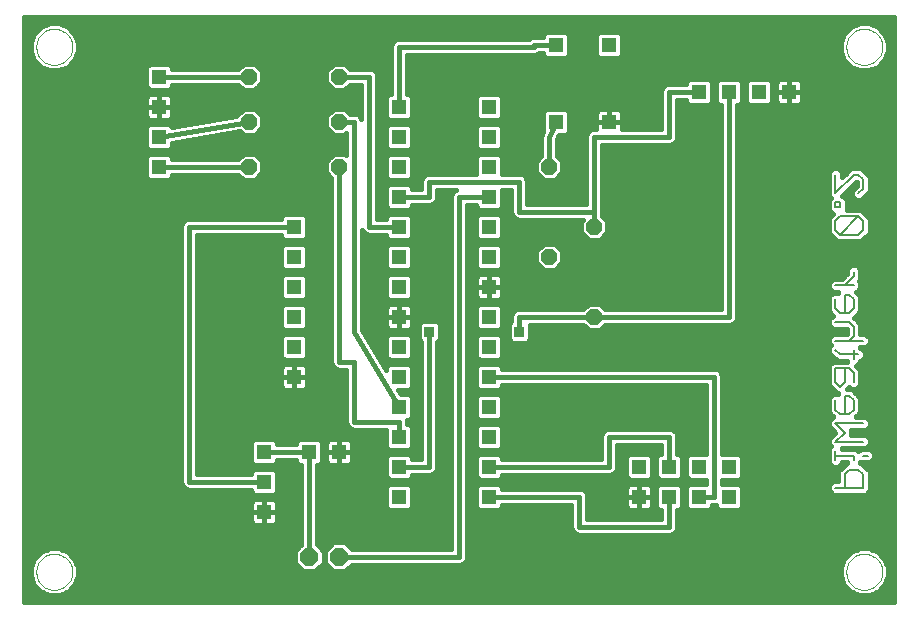
<source format=gbl>
G75*
%MOIN*%
%OFA0B0*%
%FSLAX24Y24*%
%IPPOS*%
%LPD*%
%AMOC8*
5,1,8,0,0,1.08239X$1,22.5*
%
%ADD10C,0.0000*%
%ADD11C,0.0080*%
%ADD12R,0.0515X0.0515*%
%ADD13OC8,0.0520*%
%ADD14OC8,0.0600*%
%ADD15C,0.0160*%
%ADD16R,0.0356X0.0356*%
D10*
X000580Y001180D02*
X000582Y001229D01*
X000588Y001277D01*
X000598Y001325D01*
X000612Y001372D01*
X000629Y001418D01*
X000650Y001462D01*
X000675Y001504D01*
X000703Y001544D01*
X000735Y001582D01*
X000769Y001617D01*
X000806Y001649D01*
X000845Y001678D01*
X000887Y001704D01*
X000931Y001726D01*
X000976Y001744D01*
X001023Y001759D01*
X001070Y001770D01*
X001119Y001777D01*
X001168Y001780D01*
X001217Y001779D01*
X001265Y001774D01*
X001314Y001765D01*
X001361Y001752D01*
X001407Y001735D01*
X001451Y001715D01*
X001494Y001691D01*
X001535Y001664D01*
X001573Y001633D01*
X001609Y001600D01*
X001641Y001564D01*
X001671Y001525D01*
X001698Y001484D01*
X001721Y001440D01*
X001740Y001395D01*
X001756Y001349D01*
X001768Y001302D01*
X001776Y001253D01*
X001780Y001204D01*
X001780Y001156D01*
X001776Y001107D01*
X001768Y001058D01*
X001756Y001011D01*
X001740Y000965D01*
X001721Y000920D01*
X001698Y000876D01*
X001671Y000835D01*
X001641Y000796D01*
X001609Y000760D01*
X001573Y000727D01*
X001535Y000696D01*
X001494Y000669D01*
X001451Y000645D01*
X001407Y000625D01*
X001361Y000608D01*
X001314Y000595D01*
X001265Y000586D01*
X001217Y000581D01*
X001168Y000580D01*
X001119Y000583D01*
X001070Y000590D01*
X001023Y000601D01*
X000976Y000616D01*
X000931Y000634D01*
X000887Y000656D01*
X000845Y000682D01*
X000806Y000711D01*
X000769Y000743D01*
X000735Y000778D01*
X000703Y000816D01*
X000675Y000856D01*
X000650Y000898D01*
X000629Y000942D01*
X000612Y000988D01*
X000598Y001035D01*
X000588Y001083D01*
X000582Y001131D01*
X000580Y001180D01*
X000580Y018680D02*
X000582Y018729D01*
X000588Y018777D01*
X000598Y018825D01*
X000612Y018872D01*
X000629Y018918D01*
X000650Y018962D01*
X000675Y019004D01*
X000703Y019044D01*
X000735Y019082D01*
X000769Y019117D01*
X000806Y019149D01*
X000845Y019178D01*
X000887Y019204D01*
X000931Y019226D01*
X000976Y019244D01*
X001023Y019259D01*
X001070Y019270D01*
X001119Y019277D01*
X001168Y019280D01*
X001217Y019279D01*
X001265Y019274D01*
X001314Y019265D01*
X001361Y019252D01*
X001407Y019235D01*
X001451Y019215D01*
X001494Y019191D01*
X001535Y019164D01*
X001573Y019133D01*
X001609Y019100D01*
X001641Y019064D01*
X001671Y019025D01*
X001698Y018984D01*
X001721Y018940D01*
X001740Y018895D01*
X001756Y018849D01*
X001768Y018802D01*
X001776Y018753D01*
X001780Y018704D01*
X001780Y018656D01*
X001776Y018607D01*
X001768Y018558D01*
X001756Y018511D01*
X001740Y018465D01*
X001721Y018420D01*
X001698Y018376D01*
X001671Y018335D01*
X001641Y018296D01*
X001609Y018260D01*
X001573Y018227D01*
X001535Y018196D01*
X001494Y018169D01*
X001451Y018145D01*
X001407Y018125D01*
X001361Y018108D01*
X001314Y018095D01*
X001265Y018086D01*
X001217Y018081D01*
X001168Y018080D01*
X001119Y018083D01*
X001070Y018090D01*
X001023Y018101D01*
X000976Y018116D01*
X000931Y018134D01*
X000887Y018156D01*
X000845Y018182D01*
X000806Y018211D01*
X000769Y018243D01*
X000735Y018278D01*
X000703Y018316D01*
X000675Y018356D01*
X000650Y018398D01*
X000629Y018442D01*
X000612Y018488D01*
X000598Y018535D01*
X000588Y018583D01*
X000582Y018631D01*
X000580Y018680D01*
X027580Y018680D02*
X027582Y018729D01*
X027588Y018777D01*
X027598Y018825D01*
X027612Y018872D01*
X027629Y018918D01*
X027650Y018962D01*
X027675Y019004D01*
X027703Y019044D01*
X027735Y019082D01*
X027769Y019117D01*
X027806Y019149D01*
X027845Y019178D01*
X027887Y019204D01*
X027931Y019226D01*
X027976Y019244D01*
X028023Y019259D01*
X028070Y019270D01*
X028119Y019277D01*
X028168Y019280D01*
X028217Y019279D01*
X028265Y019274D01*
X028314Y019265D01*
X028361Y019252D01*
X028407Y019235D01*
X028451Y019215D01*
X028494Y019191D01*
X028535Y019164D01*
X028573Y019133D01*
X028609Y019100D01*
X028641Y019064D01*
X028671Y019025D01*
X028698Y018984D01*
X028721Y018940D01*
X028740Y018895D01*
X028756Y018849D01*
X028768Y018802D01*
X028776Y018753D01*
X028780Y018704D01*
X028780Y018656D01*
X028776Y018607D01*
X028768Y018558D01*
X028756Y018511D01*
X028740Y018465D01*
X028721Y018420D01*
X028698Y018376D01*
X028671Y018335D01*
X028641Y018296D01*
X028609Y018260D01*
X028573Y018227D01*
X028535Y018196D01*
X028494Y018169D01*
X028451Y018145D01*
X028407Y018125D01*
X028361Y018108D01*
X028314Y018095D01*
X028265Y018086D01*
X028217Y018081D01*
X028168Y018080D01*
X028119Y018083D01*
X028070Y018090D01*
X028023Y018101D01*
X027976Y018116D01*
X027931Y018134D01*
X027887Y018156D01*
X027845Y018182D01*
X027806Y018211D01*
X027769Y018243D01*
X027735Y018278D01*
X027703Y018316D01*
X027675Y018356D01*
X027650Y018398D01*
X027629Y018442D01*
X027612Y018488D01*
X027598Y018535D01*
X027588Y018583D01*
X027582Y018631D01*
X027580Y018680D01*
X027580Y001180D02*
X027582Y001229D01*
X027588Y001277D01*
X027598Y001325D01*
X027612Y001372D01*
X027629Y001418D01*
X027650Y001462D01*
X027675Y001504D01*
X027703Y001544D01*
X027735Y001582D01*
X027769Y001617D01*
X027806Y001649D01*
X027845Y001678D01*
X027887Y001704D01*
X027931Y001726D01*
X027976Y001744D01*
X028023Y001759D01*
X028070Y001770D01*
X028119Y001777D01*
X028168Y001780D01*
X028217Y001779D01*
X028265Y001774D01*
X028314Y001765D01*
X028361Y001752D01*
X028407Y001735D01*
X028451Y001715D01*
X028494Y001691D01*
X028535Y001664D01*
X028573Y001633D01*
X028609Y001600D01*
X028641Y001564D01*
X028671Y001525D01*
X028698Y001484D01*
X028721Y001440D01*
X028740Y001395D01*
X028756Y001349D01*
X028768Y001302D01*
X028776Y001253D01*
X028780Y001204D01*
X028780Y001156D01*
X028776Y001107D01*
X028768Y001058D01*
X028756Y001011D01*
X028740Y000965D01*
X028721Y000920D01*
X028698Y000876D01*
X028671Y000835D01*
X028641Y000796D01*
X028609Y000760D01*
X028573Y000727D01*
X028535Y000696D01*
X028494Y000669D01*
X028451Y000645D01*
X028407Y000625D01*
X028361Y000608D01*
X028314Y000595D01*
X028265Y000586D01*
X028217Y000581D01*
X028168Y000580D01*
X028119Y000583D01*
X028070Y000590D01*
X028023Y000601D01*
X027976Y000616D01*
X027931Y000634D01*
X027887Y000656D01*
X027845Y000682D01*
X027806Y000711D01*
X027769Y000743D01*
X027735Y000778D01*
X027703Y000816D01*
X027675Y000856D01*
X027650Y000898D01*
X027629Y000942D01*
X027612Y000988D01*
X027598Y001035D01*
X027588Y001083D01*
X027582Y001131D01*
X027580Y001180D01*
D11*
X027527Y003977D02*
X027527Y004438D01*
X027680Y004591D01*
X027987Y004591D01*
X028141Y004438D01*
X028141Y003977D01*
X027220Y003977D01*
X027220Y004898D02*
X027220Y005205D01*
X027220Y005052D02*
X027834Y005052D01*
X027834Y004898D01*
X028141Y005052D02*
X028294Y005052D01*
X028141Y005512D02*
X027220Y005512D01*
X027527Y005819D01*
X027220Y006126D01*
X028141Y006126D01*
X027680Y006433D02*
X027834Y006586D01*
X027834Y006893D01*
X027680Y007047D01*
X027527Y007047D01*
X027527Y006433D01*
X027680Y006433D02*
X027373Y006433D01*
X027220Y006586D01*
X027220Y006893D01*
X027373Y007354D02*
X027220Y007507D01*
X027220Y007968D01*
X027680Y007968D01*
X027834Y007814D01*
X027834Y007507D01*
X027527Y007507D02*
X027527Y007968D01*
X027834Y008274D02*
X027834Y008581D01*
X027987Y008428D02*
X027373Y008428D01*
X027220Y008581D01*
X027220Y008888D02*
X028141Y008888D01*
X027834Y009042D02*
X027834Y009349D01*
X027680Y009502D01*
X027220Y009502D01*
X027373Y009809D02*
X027680Y009809D01*
X027834Y009963D01*
X027834Y010270D01*
X027680Y010423D01*
X027527Y010423D01*
X027527Y009809D01*
X027373Y009809D02*
X027220Y009963D01*
X027220Y010270D01*
X027220Y010730D02*
X027834Y010730D01*
X027834Y011037D02*
X027834Y011190D01*
X027834Y011037D02*
X027527Y010730D01*
X027373Y012418D02*
X027987Y013032D01*
X027373Y013032D01*
X027220Y012878D01*
X027220Y012571D01*
X027373Y012418D01*
X027987Y012418D01*
X028141Y012571D01*
X028141Y012878D01*
X027987Y013032D01*
X027373Y013339D02*
X027373Y013492D01*
X027220Y013492D01*
X027220Y013339D01*
X027373Y013339D01*
X027220Y013799D02*
X027834Y014413D01*
X027987Y014413D01*
X028141Y014260D01*
X028141Y013953D01*
X027987Y013799D01*
X027220Y013799D02*
X027220Y014413D01*
X027834Y009042D02*
X027680Y008888D01*
X027527Y007507D02*
X027373Y007354D01*
D12*
X023680Y004680D03*
X022680Y004680D03*
X021680Y004680D03*
X020680Y004680D03*
X020680Y003680D03*
X021680Y003680D03*
X022680Y003680D03*
X023680Y003680D03*
X015680Y003680D03*
X015680Y004680D03*
X015680Y005680D03*
X015680Y006680D03*
X015680Y007680D03*
X015680Y008680D03*
X015680Y009680D03*
X015680Y010680D03*
X015680Y011680D03*
X015680Y012680D03*
X015680Y013680D03*
X015680Y014680D03*
X015680Y015680D03*
X015680Y016680D03*
X017908Y016180D03*
X019680Y016180D03*
X022680Y017180D03*
X023680Y017180D03*
X024680Y017180D03*
X025680Y017180D03*
X019680Y018739D03*
X017908Y018739D03*
X012680Y016680D03*
X012680Y015680D03*
X012680Y014680D03*
X012680Y013680D03*
X012680Y012680D03*
X012680Y011680D03*
X012680Y010680D03*
X012680Y009680D03*
X012680Y008680D03*
X012680Y007680D03*
X012680Y006680D03*
X012680Y005680D03*
X012680Y004680D03*
X012680Y003680D03*
X010680Y005180D03*
X009680Y005180D03*
X008180Y005180D03*
X008180Y004180D03*
X008180Y003180D03*
X009180Y007680D03*
X009180Y008680D03*
X009180Y009680D03*
X009180Y010680D03*
X009180Y011680D03*
X009180Y012680D03*
X004680Y014680D03*
X004680Y015680D03*
X004680Y016680D03*
X004680Y017680D03*
D13*
X007680Y017680D03*
X007680Y016180D03*
X007680Y014680D03*
X010680Y014680D03*
X010680Y016180D03*
X010680Y017680D03*
X017680Y014680D03*
X019180Y012680D03*
X017680Y011680D03*
X019180Y009680D03*
D14*
X010680Y001680D03*
X009680Y001680D03*
D15*
X000180Y000180D02*
X029180Y000180D01*
X029180Y019680D01*
X000180Y019680D01*
X000180Y000180D01*
X029180Y000180D01*
X029180Y000339D02*
X000180Y000339D01*
X000180Y000497D02*
X000791Y000497D01*
X000738Y000519D02*
X001025Y000400D01*
X001335Y000400D01*
X001622Y000519D01*
X001841Y000738D01*
X001960Y001025D01*
X001960Y001335D01*
X001841Y001622D01*
X001622Y001841D01*
X001335Y001960D01*
X001025Y001960D01*
X000738Y001841D01*
X000519Y001622D01*
X000400Y001335D01*
X000400Y001025D01*
X000519Y000738D01*
X000738Y000519D01*
X000601Y000656D02*
X000180Y000656D01*
X000180Y000814D02*
X000487Y000814D01*
X000422Y000973D02*
X000180Y000973D01*
X000180Y001131D02*
X000400Y001131D01*
X000400Y001290D02*
X000180Y001290D01*
X000180Y001448D02*
X000447Y001448D01*
X000512Y001607D02*
X000180Y001607D01*
X000180Y001765D02*
X000662Y001765D01*
X000937Y001924D02*
X000180Y001924D01*
X000180Y002082D02*
X009403Y002082D01*
X009420Y002099D02*
X009200Y001879D01*
X009200Y001481D01*
X009481Y001200D01*
X009879Y001200D01*
X010160Y001481D01*
X010160Y001879D01*
X009940Y002099D01*
X009940Y004743D01*
X010012Y004743D01*
X010117Y004848D01*
X010117Y005512D01*
X010012Y005617D01*
X009348Y005617D01*
X009243Y005512D01*
X009243Y005440D01*
X008617Y005440D01*
X008617Y005512D01*
X008512Y005617D01*
X007848Y005617D01*
X007743Y005512D01*
X007743Y004848D01*
X007848Y004743D01*
X008512Y004743D01*
X008617Y004848D01*
X008617Y004920D01*
X009243Y004920D01*
X009243Y004848D01*
X009348Y004743D01*
X009420Y004743D01*
X009420Y002099D01*
X009420Y002241D02*
X000180Y002241D01*
X000180Y002399D02*
X009420Y002399D01*
X009420Y002558D02*
X000180Y002558D01*
X000180Y002716D02*
X009420Y002716D01*
X009420Y002875D02*
X008611Y002875D01*
X008605Y002853D02*
X008617Y002899D01*
X008617Y003180D01*
X008180Y003180D01*
X008180Y003180D01*
X008180Y003617D01*
X007899Y003617D01*
X007853Y003605D01*
X007812Y003582D01*
X007778Y003548D01*
X007755Y003507D01*
X007743Y003461D01*
X007743Y003180D01*
X007743Y002899D01*
X007755Y002853D01*
X007778Y002812D01*
X007812Y002778D01*
X007853Y002755D01*
X007899Y002743D01*
X008180Y002743D01*
X008461Y002743D01*
X008507Y002755D01*
X008548Y002778D01*
X008582Y002812D01*
X008605Y002853D01*
X008617Y003033D02*
X009420Y003033D01*
X009420Y003192D02*
X008617Y003192D01*
X008617Y003180D02*
X008617Y003461D01*
X008605Y003507D01*
X008582Y003548D01*
X008548Y003582D01*
X008507Y003605D01*
X008461Y003617D01*
X008180Y003617D01*
X008180Y003180D01*
X008617Y003180D01*
X008617Y003350D02*
X009420Y003350D01*
X009420Y003509D02*
X008604Y003509D01*
X008512Y003743D02*
X008617Y003848D01*
X008617Y004512D01*
X008512Y004617D01*
X007848Y004617D01*
X007743Y004512D01*
X007743Y004440D01*
X005940Y004440D01*
X005940Y012420D01*
X008743Y012420D01*
X008743Y012348D01*
X008848Y012243D01*
X009512Y012243D01*
X009617Y012348D01*
X009617Y013012D01*
X009512Y013117D01*
X008848Y013117D01*
X008743Y013012D01*
X008743Y012940D01*
X005628Y012940D01*
X005533Y012900D01*
X005460Y012827D01*
X005420Y012732D01*
X005420Y004128D01*
X005460Y004033D01*
X005533Y003960D01*
X005628Y003920D01*
X007743Y003920D01*
X007743Y003848D01*
X007848Y003743D01*
X008512Y003743D01*
X008595Y003826D02*
X009420Y003826D01*
X009420Y003984D02*
X008617Y003984D01*
X008617Y004143D02*
X009420Y004143D01*
X009420Y004301D02*
X008617Y004301D01*
X008617Y004460D02*
X009420Y004460D01*
X009420Y004618D02*
X005940Y004618D01*
X005940Y004460D02*
X007743Y004460D01*
X008180Y004180D02*
X005680Y004180D01*
X005680Y012680D01*
X009180Y012680D01*
X009617Y012702D02*
X010420Y012702D01*
X010420Y012860D02*
X009617Y012860D01*
X009611Y013019D02*
X010420Y013019D01*
X010420Y013177D02*
X000180Y013177D01*
X000180Y013019D02*
X008749Y013019D01*
X008743Y012385D02*
X005940Y012385D01*
X005940Y012226D02*
X010420Y012226D01*
X010420Y012068D02*
X009562Y012068D01*
X009512Y012117D02*
X009617Y012012D01*
X009617Y011348D01*
X009512Y011243D01*
X008848Y011243D01*
X008743Y011348D01*
X008743Y012012D01*
X008848Y012117D01*
X009512Y012117D01*
X009617Y012385D02*
X010420Y012385D01*
X010420Y012543D02*
X009617Y012543D01*
X008798Y012068D02*
X005940Y012068D01*
X005940Y011909D02*
X008743Y011909D01*
X008743Y011751D02*
X005940Y011751D01*
X005940Y011592D02*
X008743Y011592D01*
X008743Y011434D02*
X005940Y011434D01*
X005940Y011275D02*
X008815Y011275D01*
X008848Y011117D02*
X008743Y011012D01*
X008743Y010348D01*
X008848Y010243D01*
X009512Y010243D01*
X009617Y010348D01*
X009617Y011012D01*
X009512Y011117D01*
X008848Y011117D01*
X008847Y011117D02*
X005940Y011117D01*
X005940Y010958D02*
X008743Y010958D01*
X008743Y010800D02*
X005940Y010800D01*
X005940Y010641D02*
X008743Y010641D01*
X008743Y010483D02*
X005940Y010483D01*
X005940Y010324D02*
X008766Y010324D01*
X008848Y010117D02*
X008743Y010012D01*
X008743Y009348D01*
X008848Y009243D01*
X009512Y009243D01*
X009617Y009348D01*
X009617Y010012D01*
X009512Y010117D01*
X008848Y010117D01*
X008743Y010007D02*
X005940Y010007D01*
X005940Y009849D02*
X008743Y009849D01*
X008743Y009690D02*
X005940Y009690D01*
X005940Y009532D02*
X008743Y009532D01*
X008743Y009373D02*
X005940Y009373D01*
X005940Y009215D02*
X010420Y009215D01*
X010420Y009373D02*
X009617Y009373D01*
X009617Y009532D02*
X010420Y009532D01*
X010420Y009690D02*
X009617Y009690D01*
X009617Y009849D02*
X010420Y009849D01*
X010420Y010007D02*
X009617Y010007D01*
X009594Y010324D02*
X010420Y010324D01*
X010420Y010166D02*
X005940Y010166D01*
X005420Y010166D02*
X000180Y010166D01*
X000180Y010324D02*
X005420Y010324D01*
X005420Y010483D02*
X000180Y010483D01*
X000180Y010641D02*
X005420Y010641D01*
X005420Y010800D02*
X000180Y010800D01*
X000180Y010958D02*
X005420Y010958D01*
X005420Y011117D02*
X000180Y011117D01*
X000180Y011275D02*
X005420Y011275D01*
X005420Y011434D02*
X000180Y011434D01*
X000180Y011592D02*
X005420Y011592D01*
X005420Y011751D02*
X000180Y011751D01*
X000180Y011909D02*
X005420Y011909D01*
X005420Y012068D02*
X000180Y012068D01*
X000180Y012226D02*
X005420Y012226D01*
X005420Y012385D02*
X000180Y012385D01*
X000180Y012543D02*
X005420Y012543D01*
X005420Y012702D02*
X000180Y012702D01*
X000180Y012860D02*
X005492Y012860D01*
X005012Y014243D02*
X004348Y014243D01*
X004243Y014348D01*
X004243Y015012D01*
X004348Y015117D01*
X005012Y015117D01*
X005117Y015012D01*
X005117Y014940D01*
X007318Y014940D01*
X007498Y015120D01*
X007862Y015120D01*
X008120Y014862D01*
X008120Y014498D01*
X007862Y014240D01*
X007498Y014240D01*
X007318Y014420D01*
X005117Y014420D01*
X005117Y014348D01*
X005012Y014243D01*
X005056Y014287D02*
X007451Y014287D01*
X007909Y014287D02*
X010420Y014287D01*
X010420Y014318D02*
X010240Y014498D01*
X010240Y014862D01*
X010498Y015120D01*
X010862Y015120D01*
X010920Y015062D01*
X010920Y015798D01*
X010862Y015740D01*
X010498Y015740D01*
X010240Y015998D01*
X010240Y016362D01*
X010498Y016620D01*
X010862Y016620D01*
X011042Y016440D01*
X011232Y016440D01*
X011327Y016400D01*
X011400Y016327D01*
X011420Y016280D01*
X011420Y017420D01*
X011042Y017420D01*
X010862Y017240D01*
X010498Y017240D01*
X010240Y017498D01*
X010240Y017862D01*
X010498Y018120D01*
X010862Y018120D01*
X011042Y017940D01*
X011732Y017940D01*
X011827Y017900D01*
X011900Y017827D01*
X011940Y017732D01*
X011940Y012940D01*
X012243Y012940D01*
X012243Y013012D01*
X012348Y013117D01*
X013012Y013117D01*
X013117Y013012D01*
X013117Y012348D01*
X013012Y012243D01*
X012348Y012243D01*
X012243Y012348D01*
X012243Y012420D01*
X011628Y012420D01*
X011533Y012460D01*
X011460Y012533D01*
X011440Y012580D01*
X011440Y009252D01*
X012243Y007914D01*
X012243Y008012D01*
X012348Y008117D01*
X013012Y008117D01*
X013117Y008012D01*
X013117Y007348D01*
X013012Y007243D01*
X012646Y007243D01*
X012721Y007117D01*
X013012Y007117D01*
X013117Y007012D01*
X013117Y006348D01*
X013012Y006243D01*
X012936Y006243D01*
X012940Y006232D01*
X012940Y006117D01*
X013012Y006117D01*
X013117Y006012D01*
X013117Y005348D01*
X013012Y005243D01*
X012348Y005243D01*
X012243Y005348D01*
X012243Y005920D01*
X011128Y005920D01*
X011033Y005960D01*
X010960Y006033D01*
X010920Y006128D01*
X010920Y007920D01*
X010628Y007920D01*
X010533Y007960D01*
X010460Y008033D01*
X010420Y008128D01*
X010420Y014318D01*
X010293Y014445D02*
X008067Y014445D01*
X008120Y014604D02*
X010240Y014604D01*
X010240Y014762D02*
X008120Y014762D01*
X008062Y014921D02*
X010298Y014921D01*
X010457Y015079D02*
X007903Y015079D01*
X007457Y015079D02*
X005050Y015079D01*
X005012Y015243D02*
X005117Y015348D01*
X005117Y015489D01*
X007373Y015865D01*
X007498Y015740D01*
X007862Y015740D01*
X008120Y015998D01*
X008120Y016362D01*
X007862Y016620D01*
X007498Y016620D01*
X007250Y016372D01*
X005114Y016016D01*
X005012Y016117D01*
X004348Y016117D01*
X004243Y016012D01*
X004243Y015348D01*
X004348Y015243D01*
X005012Y015243D01*
X005117Y015396D02*
X010920Y015396D01*
X010920Y015238D02*
X000180Y015238D01*
X000180Y015396D02*
X004243Y015396D01*
X004243Y015555D02*
X000180Y015555D01*
X000180Y015713D02*
X004243Y015713D01*
X004243Y015872D02*
X000180Y015872D01*
X000180Y016030D02*
X004261Y016030D01*
X004353Y016255D02*
X004399Y016243D01*
X004680Y016243D01*
X004961Y016243D01*
X005007Y016255D01*
X005048Y016278D01*
X005082Y016312D01*
X005105Y016353D01*
X005117Y016399D01*
X005117Y016680D01*
X004680Y016680D01*
X005117Y016680D01*
X005117Y016961D01*
X005105Y017007D01*
X005082Y017048D01*
X005048Y017082D01*
X005007Y017105D01*
X004961Y017117D01*
X004680Y017117D01*
X004399Y017117D01*
X004353Y017105D01*
X004312Y017082D01*
X004278Y017048D01*
X004255Y017007D01*
X004243Y016961D01*
X004243Y016680D01*
X004243Y016399D01*
X004255Y016353D01*
X004278Y016312D01*
X004312Y016278D01*
X004353Y016255D01*
X004258Y016347D02*
X000180Y016347D01*
X000180Y016189D02*
X006150Y016189D01*
X006460Y015713D02*
X010920Y015713D01*
X010920Y015555D02*
X005509Y015555D01*
X005199Y016030D02*
X005099Y016030D01*
X005102Y016347D02*
X007101Y016347D01*
X007383Y016506D02*
X005117Y016506D01*
X005117Y016664D02*
X011420Y016664D01*
X011420Y016506D02*
X010977Y016506D01*
X011381Y016347D02*
X011420Y016347D01*
X011180Y016180D02*
X011180Y009180D01*
X012680Y006680D01*
X013117Y006679D02*
X013420Y006679D01*
X013420Y006837D02*
X013117Y006837D01*
X013117Y006996D02*
X013420Y006996D01*
X013420Y007154D02*
X012699Y007154D01*
X013082Y007313D02*
X013420Y007313D01*
X013420Y007471D02*
X013117Y007471D01*
X013117Y007630D02*
X013420Y007630D01*
X013420Y007788D02*
X013117Y007788D01*
X013117Y007947D02*
X013420Y007947D01*
X013420Y008105D02*
X013025Y008105D01*
X013012Y008243D02*
X013117Y008348D01*
X013117Y009012D01*
X013012Y009117D01*
X012348Y009117D01*
X012243Y009012D01*
X012243Y008348D01*
X012348Y008243D01*
X013012Y008243D01*
X013033Y008264D02*
X013420Y008264D01*
X013420Y008422D02*
X013117Y008422D01*
X013117Y008581D02*
X013420Y008581D01*
X013420Y008739D02*
X013117Y008739D01*
X013117Y008898D02*
X013352Y008898D01*
X013322Y008927D02*
X013420Y008829D01*
X013420Y004940D01*
X013117Y004940D01*
X013117Y005012D01*
X013012Y005117D01*
X012348Y005117D01*
X012243Y005012D01*
X012243Y004348D01*
X012348Y004243D01*
X013012Y004243D01*
X013117Y004348D01*
X013117Y004420D01*
X013732Y004420D01*
X013827Y004460D01*
X013900Y004533D01*
X013940Y004628D01*
X013940Y008829D01*
X014038Y008927D01*
X014038Y009433D01*
X013933Y009538D01*
X013427Y009538D01*
X013322Y009433D01*
X013322Y008927D01*
X013322Y009056D02*
X013074Y009056D01*
X013007Y009255D02*
X013048Y009278D01*
X013082Y009312D01*
X013105Y009353D01*
X013117Y009399D01*
X013117Y009680D01*
X012680Y009680D01*
X013117Y009680D01*
X013117Y009961D01*
X013105Y010007D01*
X014420Y010007D01*
X014420Y009849D02*
X013117Y009849D01*
X013105Y010007D02*
X013082Y010048D01*
X013048Y010082D01*
X013007Y010105D01*
X012961Y010117D01*
X012680Y010117D01*
X012399Y010117D01*
X012353Y010105D01*
X012312Y010082D01*
X012278Y010048D01*
X012255Y010007D01*
X011440Y010007D01*
X011440Y009849D02*
X012243Y009849D01*
X012243Y009961D02*
X012243Y009680D01*
X012243Y009399D01*
X012255Y009353D01*
X012278Y009312D01*
X012312Y009278D01*
X012353Y009255D01*
X012399Y009243D01*
X012680Y009243D01*
X012961Y009243D01*
X013007Y009255D01*
X013111Y009373D02*
X013322Y009373D01*
X013322Y009215D02*
X011463Y009215D01*
X011440Y009373D02*
X012249Y009373D01*
X012243Y009532D02*
X011440Y009532D01*
X011440Y009690D02*
X012243Y009690D01*
X012243Y009680D02*
X012680Y009680D01*
X012680Y009680D01*
X012680Y009680D01*
X012680Y010117D01*
X012680Y009680D01*
X012680Y009243D01*
X012680Y009680D01*
X012680Y009680D01*
X012680Y009680D01*
X012243Y009680D01*
X012243Y009961D02*
X012255Y010007D01*
X012348Y010243D02*
X013012Y010243D01*
X013117Y010348D01*
X013117Y011012D01*
X013012Y011117D01*
X012348Y011117D01*
X012243Y011012D01*
X012243Y010348D01*
X012348Y010243D01*
X012266Y010324D02*
X011440Y010324D01*
X011440Y010166D02*
X014420Y010166D01*
X014420Y010324D02*
X013094Y010324D01*
X013117Y010483D02*
X014420Y010483D01*
X014420Y010641D02*
X013117Y010641D01*
X013117Y010800D02*
X014420Y010800D01*
X014420Y010958D02*
X013117Y010958D01*
X013013Y011117D02*
X014420Y011117D01*
X014420Y011275D02*
X013045Y011275D01*
X013012Y011243D02*
X013117Y011348D01*
X013117Y012012D01*
X013012Y012117D01*
X012348Y012117D01*
X012243Y012012D01*
X012243Y011348D01*
X012348Y011243D01*
X013012Y011243D01*
X013117Y011434D02*
X014420Y011434D01*
X014420Y011592D02*
X013117Y011592D01*
X013117Y011751D02*
X014420Y011751D01*
X014420Y011909D02*
X013117Y011909D01*
X013062Y012068D02*
X014420Y012068D01*
X014420Y012226D02*
X011440Y012226D01*
X011440Y012068D02*
X012298Y012068D01*
X012243Y011909D02*
X011440Y011909D01*
X011440Y011751D02*
X012243Y011751D01*
X012243Y011592D02*
X011440Y011592D01*
X011440Y011434D02*
X012243Y011434D01*
X012315Y011275D02*
X011440Y011275D01*
X011440Y011117D02*
X012347Y011117D01*
X012243Y010958D02*
X011440Y010958D01*
X011440Y010800D02*
X012243Y010800D01*
X012243Y010641D02*
X011440Y010641D01*
X011440Y010483D02*
X012243Y010483D01*
X012680Y010007D02*
X012680Y010007D01*
X012680Y009849D02*
X012680Y009849D01*
X012680Y009690D02*
X012680Y009690D01*
X012680Y009532D02*
X012680Y009532D01*
X012680Y009373D02*
X012680Y009373D01*
X013117Y009532D02*
X013421Y009532D01*
X013117Y009690D02*
X014420Y009690D01*
X014420Y009532D02*
X013939Y009532D01*
X014038Y009373D02*
X014420Y009373D01*
X014420Y009215D02*
X014038Y009215D01*
X014038Y009056D02*
X014420Y009056D01*
X014420Y008898D02*
X014008Y008898D01*
X013940Y008739D02*
X014420Y008739D01*
X014420Y008581D02*
X013940Y008581D01*
X013940Y008422D02*
X014420Y008422D01*
X014420Y008264D02*
X013940Y008264D01*
X013940Y008105D02*
X014420Y008105D01*
X014420Y007947D02*
X013940Y007947D01*
X013940Y007788D02*
X014420Y007788D01*
X014420Y007630D02*
X013940Y007630D01*
X013940Y007471D02*
X014420Y007471D01*
X014420Y007313D02*
X013940Y007313D01*
X013940Y007154D02*
X014420Y007154D01*
X014420Y006996D02*
X013940Y006996D01*
X013940Y006837D02*
X014420Y006837D01*
X014420Y006679D02*
X013940Y006679D01*
X013940Y006520D02*
X014420Y006520D01*
X014420Y006362D02*
X013940Y006362D01*
X013940Y006203D02*
X014420Y006203D01*
X014420Y006045D02*
X013940Y006045D01*
X013940Y005886D02*
X014420Y005886D01*
X014420Y005728D02*
X013940Y005728D01*
X013940Y005569D02*
X014420Y005569D01*
X014420Y005411D02*
X013940Y005411D01*
X013940Y005252D02*
X014420Y005252D01*
X014420Y005094D02*
X013940Y005094D01*
X013940Y004935D02*
X014420Y004935D01*
X014420Y004777D02*
X013940Y004777D01*
X013936Y004618D02*
X014420Y004618D01*
X014420Y004460D02*
X013827Y004460D01*
X013680Y004680D02*
X013680Y009180D01*
X014940Y009215D02*
X016322Y009215D01*
X016322Y009373D02*
X016117Y009373D01*
X016117Y009348D02*
X016012Y009243D01*
X015348Y009243D01*
X015243Y009348D01*
X015243Y010012D01*
X015348Y010117D01*
X016012Y010117D01*
X016117Y010012D01*
X016117Y009348D01*
X016117Y009532D02*
X016420Y009532D01*
X016420Y009531D02*
X016322Y009433D01*
X016322Y008927D01*
X016427Y008822D01*
X016933Y008822D01*
X017038Y008927D01*
X017038Y009420D01*
X018818Y009420D01*
X018998Y009240D01*
X019362Y009240D01*
X019542Y009420D01*
X023732Y009420D01*
X023827Y009460D01*
X023900Y009533D01*
X023940Y009628D01*
X023940Y016743D01*
X024012Y016743D01*
X024117Y016848D01*
X024117Y017512D01*
X024012Y017617D01*
X023348Y017617D01*
X023243Y017512D01*
X023243Y016848D01*
X023348Y016743D01*
X023420Y016743D01*
X023420Y009940D01*
X019542Y009940D01*
X019362Y010120D01*
X018998Y010120D01*
X018818Y009940D01*
X016628Y009940D01*
X016533Y009900D01*
X016460Y009827D01*
X016420Y009732D01*
X016420Y009531D01*
X016420Y009690D02*
X016117Y009690D01*
X016117Y009849D02*
X016481Y009849D01*
X016680Y009680D02*
X016680Y009180D01*
X016322Y009056D02*
X016074Y009056D01*
X016117Y009012D02*
X016012Y009117D01*
X015348Y009117D01*
X015243Y009012D01*
X015243Y008348D01*
X015348Y008243D01*
X016012Y008243D01*
X016117Y008348D01*
X016117Y009012D01*
X016117Y008898D02*
X016352Y008898D01*
X016117Y008739D02*
X027058Y008739D01*
X027062Y008735D02*
X027000Y008673D01*
X027000Y008490D01*
X027153Y008337D01*
X027280Y008210D01*
X027282Y008208D01*
X027614Y008208D01*
X027614Y008188D01*
X027129Y008188D01*
X027000Y008059D01*
X027000Y007416D01*
X027280Y007136D01*
X027282Y007134D01*
X027307Y007134D01*
X027307Y007113D01*
X027129Y007113D01*
X027000Y006984D01*
X027000Y006495D01*
X027149Y006346D01*
X027129Y006346D01*
X027000Y006217D01*
X027000Y006035D01*
X027129Y005906D01*
X027216Y005819D01*
X027000Y005603D01*
X027000Y005421D01*
X027062Y005359D01*
X027000Y005296D01*
X027000Y004807D01*
X027129Y004678D01*
X027311Y004678D01*
X027440Y004807D01*
X027440Y004832D01*
X027614Y004832D01*
X027614Y004811D01*
X027589Y004811D01*
X027436Y004658D01*
X027307Y004529D01*
X027307Y004197D01*
X027129Y004197D01*
X027000Y004069D01*
X027000Y003886D01*
X027129Y003757D01*
X028232Y003757D01*
X028361Y003886D01*
X028361Y004529D01*
X028207Y004682D01*
X028078Y004811D01*
X028054Y004811D01*
X028054Y004832D01*
X028385Y004832D01*
X028514Y004961D01*
X028514Y005143D01*
X028385Y005272D01*
X028050Y005272D01*
X027987Y005209D01*
X027925Y005272D01*
X027440Y005272D01*
X027440Y005292D01*
X028232Y005292D01*
X028361Y005421D01*
X028361Y005603D01*
X028232Y005732D01*
X027747Y005732D01*
X027747Y005906D01*
X028232Y005906D01*
X028361Y006035D01*
X028361Y006217D01*
X028232Y006346D01*
X027905Y006346D01*
X027925Y006366D01*
X028054Y006495D01*
X028054Y006984D01*
X027900Y007138D01*
X027772Y007267D01*
X027598Y007267D01*
X027618Y007287D01*
X027680Y007350D01*
X027743Y007287D01*
X027925Y007287D01*
X028054Y007416D01*
X028054Y007905D01*
X027905Y008054D01*
X027925Y008054D01*
X028054Y008183D01*
X028054Y008208D01*
X028078Y008208D01*
X028207Y008337D01*
X028207Y008519D01*
X028078Y008648D01*
X028054Y008648D01*
X028054Y008668D01*
X028232Y008668D01*
X028361Y008797D01*
X028361Y008979D01*
X028232Y009108D01*
X028054Y009108D01*
X028054Y009440D01*
X027900Y009593D01*
X027838Y009656D01*
X027900Y009718D01*
X027925Y009743D01*
X028054Y009871D01*
X028054Y010361D01*
X027905Y010510D01*
X027925Y010510D01*
X028054Y010639D01*
X028054Y010821D01*
X027992Y010883D01*
X028054Y010946D01*
X028054Y011281D01*
X027925Y011410D01*
X027743Y011410D01*
X027614Y011281D01*
X027614Y011128D01*
X027436Y010950D01*
X027129Y010950D01*
X027000Y010821D01*
X027000Y010639D01*
X027129Y010510D01*
X027307Y010510D01*
X027307Y010490D01*
X027129Y010490D01*
X027000Y010361D01*
X027000Y009871D01*
X027149Y009722D01*
X027129Y009722D01*
X027000Y009593D01*
X027000Y009411D01*
X027129Y009282D01*
X027589Y009282D01*
X027614Y009258D01*
X027614Y009133D01*
X027589Y009108D01*
X027129Y009108D01*
X027000Y008979D01*
X027000Y008797D01*
X027062Y008735D01*
X027000Y008581D02*
X016117Y008581D01*
X016117Y008422D02*
X027068Y008422D01*
X027153Y008337D02*
X027153Y008337D01*
X027227Y008264D02*
X016033Y008264D01*
X016012Y008117D02*
X015348Y008117D01*
X015243Y008012D01*
X015243Y007348D01*
X015348Y007243D01*
X016012Y007243D01*
X016117Y007348D01*
X016117Y007420D01*
X022920Y007420D01*
X022920Y005117D01*
X022348Y005117D01*
X022243Y005012D01*
X022243Y004348D01*
X022348Y004243D01*
X022920Y004243D01*
X022920Y004117D01*
X022348Y004117D01*
X022243Y004012D01*
X022243Y003348D01*
X022348Y003243D01*
X023012Y003243D01*
X023117Y003348D01*
X023117Y003420D01*
X023232Y003420D01*
X023243Y003424D01*
X023243Y003348D01*
X023348Y003243D01*
X024012Y003243D01*
X024117Y003348D01*
X024117Y004012D01*
X024012Y004117D01*
X023440Y004117D01*
X023440Y004243D01*
X024012Y004243D01*
X024117Y004348D01*
X024117Y005012D01*
X024012Y005117D01*
X023440Y005117D01*
X023440Y007732D01*
X023400Y007827D01*
X023327Y007900D01*
X023232Y007940D01*
X016117Y007940D01*
X016117Y008012D01*
X016012Y008117D01*
X016025Y008105D02*
X027046Y008105D01*
X027000Y007947D02*
X016117Y007947D01*
X015680Y007680D02*
X023180Y007680D01*
X023180Y003680D01*
X022680Y003680D01*
X022243Y003667D02*
X022117Y003667D01*
X022117Y003509D02*
X022243Y003509D01*
X022243Y003350D02*
X022117Y003350D01*
X022117Y003348D02*
X022117Y004012D01*
X022012Y004117D01*
X021348Y004117D01*
X021243Y004012D01*
X021243Y003348D01*
X021348Y003243D01*
X021420Y003243D01*
X021420Y002940D01*
X018940Y002940D01*
X018940Y003732D01*
X018900Y003827D01*
X018827Y003900D01*
X018732Y003940D01*
X016117Y003940D01*
X016117Y004012D01*
X016012Y004117D01*
X015348Y004117D01*
X015243Y004012D01*
X015243Y003348D01*
X015348Y003243D01*
X016012Y003243D01*
X016117Y003348D01*
X016117Y003420D01*
X018420Y003420D01*
X018420Y002628D01*
X018460Y002533D01*
X018533Y002460D01*
X018628Y002420D01*
X021732Y002420D01*
X021827Y002460D01*
X021900Y002533D01*
X021940Y002628D01*
X021940Y003243D01*
X022012Y003243D01*
X022117Y003348D01*
X021940Y003192D02*
X029180Y003192D01*
X029180Y003350D02*
X024117Y003350D01*
X024117Y003509D02*
X029180Y003509D01*
X029180Y003667D02*
X024117Y003667D01*
X024117Y003826D02*
X027061Y003826D01*
X027000Y003984D02*
X024117Y003984D01*
X024071Y004301D02*
X027307Y004301D01*
X027307Y004460D02*
X024117Y004460D01*
X024117Y004618D02*
X027396Y004618D01*
X027409Y004777D02*
X027554Y004777D01*
X027031Y004777D02*
X024117Y004777D01*
X024117Y004935D02*
X027000Y004935D01*
X027000Y005094D02*
X024036Y005094D01*
X023440Y005252D02*
X027000Y005252D01*
X027010Y005411D02*
X023440Y005411D01*
X023440Y005569D02*
X027000Y005569D01*
X027124Y005728D02*
X023440Y005728D01*
X023440Y005886D02*
X027149Y005886D01*
X027129Y005906D02*
X027129Y005906D01*
X027000Y006045D02*
X023440Y006045D01*
X023440Y006203D02*
X027000Y006203D01*
X027134Y006362D02*
X023440Y006362D01*
X023440Y006520D02*
X027000Y006520D01*
X027000Y006679D02*
X023440Y006679D01*
X023440Y006837D02*
X027000Y006837D01*
X027011Y006996D02*
X023440Y006996D01*
X023440Y007154D02*
X027262Y007154D01*
X027104Y007313D02*
X023440Y007313D01*
X023440Y007471D02*
X027000Y007471D01*
X027000Y007630D02*
X023440Y007630D01*
X023417Y007788D02*
X027000Y007788D01*
X027618Y007287D02*
X027618Y007287D01*
X027643Y007313D02*
X027717Y007313D01*
X027884Y007154D02*
X029180Y007154D01*
X029180Y006996D02*
X028043Y006996D01*
X028054Y006837D02*
X029180Y006837D01*
X029180Y006679D02*
X028054Y006679D01*
X028054Y006520D02*
X029180Y006520D01*
X029180Y006362D02*
X027920Y006362D01*
X027925Y006366D02*
X027925Y006366D01*
X028361Y006203D02*
X029180Y006203D01*
X029180Y006045D02*
X028361Y006045D01*
X028237Y005728D02*
X029180Y005728D01*
X029180Y005886D02*
X027747Y005886D01*
X028361Y005569D02*
X029180Y005569D01*
X029180Y005411D02*
X028350Y005411D01*
X028405Y005252D02*
X029180Y005252D01*
X029180Y005094D02*
X028514Y005094D01*
X028489Y004935D02*
X029180Y004935D01*
X029180Y004777D02*
X028113Y004777D01*
X028272Y004618D02*
X029180Y004618D01*
X029180Y004460D02*
X028361Y004460D01*
X028361Y004301D02*
X029180Y004301D01*
X029180Y004143D02*
X028361Y004143D01*
X028361Y003984D02*
X029180Y003984D01*
X029180Y003826D02*
X028300Y003826D01*
X029180Y003033D02*
X021940Y003033D01*
X021940Y002875D02*
X029180Y002875D01*
X029180Y002716D02*
X021940Y002716D01*
X021911Y002558D02*
X029180Y002558D01*
X029180Y002399D02*
X014940Y002399D01*
X014940Y002241D02*
X029180Y002241D01*
X029180Y002082D02*
X014940Y002082D01*
X014940Y001924D02*
X027937Y001924D01*
X028025Y001960D02*
X027738Y001841D01*
X027519Y001622D01*
X027400Y001335D01*
X027400Y001025D01*
X027519Y000738D01*
X027738Y000519D01*
X028025Y000400D01*
X028335Y000400D01*
X028622Y000519D01*
X028841Y000738D01*
X028960Y001025D01*
X028960Y001335D01*
X028841Y001622D01*
X028622Y001841D01*
X028335Y001960D01*
X028025Y001960D01*
X028423Y001924D02*
X029180Y001924D01*
X029180Y001765D02*
X028698Y001765D01*
X028848Y001607D02*
X029180Y001607D01*
X029180Y001448D02*
X028913Y001448D01*
X028960Y001290D02*
X029180Y001290D01*
X029180Y001131D02*
X028960Y001131D01*
X028938Y000973D02*
X029180Y000973D01*
X029180Y000814D02*
X028873Y000814D01*
X028759Y000656D02*
X029180Y000656D01*
X029180Y000497D02*
X028569Y000497D01*
X027791Y000497D02*
X001569Y000497D01*
X001759Y000656D02*
X027601Y000656D01*
X027487Y000814D02*
X001873Y000814D01*
X001938Y000973D02*
X027422Y000973D01*
X027400Y001131D02*
X001960Y001131D01*
X001960Y001290D02*
X009392Y001290D01*
X009233Y001448D02*
X001913Y001448D01*
X001848Y001607D02*
X009200Y001607D01*
X009200Y001765D02*
X001698Y001765D01*
X001423Y001924D02*
X009245Y001924D01*
X009680Y001680D02*
X009680Y005180D01*
X008180Y005180D01*
X007743Y005252D02*
X005940Y005252D01*
X005940Y005094D02*
X007743Y005094D01*
X007743Y004935D02*
X005940Y004935D01*
X005940Y004777D02*
X007814Y004777D01*
X007743Y005411D02*
X005940Y005411D01*
X005940Y005569D02*
X007799Y005569D01*
X008561Y005569D02*
X009299Y005569D01*
X010061Y005569D02*
X010299Y005569D01*
X010312Y005582D02*
X010278Y005548D01*
X010255Y005507D01*
X010243Y005461D01*
X010243Y005180D01*
X010243Y004899D01*
X010255Y004853D01*
X010278Y004812D01*
X010312Y004778D01*
X010353Y004755D01*
X010399Y004743D01*
X010680Y004743D01*
X010961Y004743D01*
X011007Y004755D01*
X011048Y004778D01*
X011082Y004812D01*
X011105Y004853D01*
X011117Y004899D01*
X011117Y005180D01*
X010680Y005180D01*
X010680Y007680D01*
X009180Y007680D01*
X009617Y007680D01*
X009180Y007680D01*
X009180Y007680D01*
X009180Y007680D01*
X009180Y008117D01*
X009461Y008117D01*
X009507Y008105D01*
X009548Y008082D01*
X009582Y008048D01*
X009605Y008007D01*
X009617Y007961D01*
X009617Y007680D01*
X009617Y007399D01*
X009605Y007353D01*
X009582Y007312D01*
X009548Y007278D01*
X009507Y007255D01*
X009461Y007243D01*
X009180Y007243D01*
X009180Y007680D01*
X009180Y007680D01*
X009180Y007680D01*
X008743Y007680D01*
X008743Y007399D01*
X008755Y007353D01*
X008778Y007312D01*
X008812Y007278D01*
X008853Y007255D01*
X008899Y007243D01*
X009180Y007243D01*
X009180Y007680D01*
X009180Y008117D01*
X008899Y008117D01*
X008853Y008105D01*
X008812Y008082D01*
X008778Y008048D01*
X008755Y008007D01*
X008743Y007961D01*
X008743Y007680D01*
X009180Y007680D01*
X009180Y007630D02*
X009180Y007630D01*
X009180Y007788D02*
X009180Y007788D01*
X009180Y007947D02*
X009180Y007947D01*
X009180Y008105D02*
X009180Y008105D01*
X008853Y008105D02*
X005940Y008105D01*
X005940Y007947D02*
X008743Y007947D01*
X008743Y007788D02*
X005940Y007788D01*
X005940Y007630D02*
X008743Y007630D01*
X008743Y007471D02*
X005940Y007471D01*
X005940Y007313D02*
X008778Y007313D01*
X009180Y007313D02*
X009180Y007313D01*
X009180Y007471D02*
X009180Y007471D01*
X009582Y007313D02*
X010920Y007313D01*
X010920Y007471D02*
X009617Y007471D01*
X009617Y007630D02*
X010920Y007630D01*
X010920Y007788D02*
X009617Y007788D01*
X009617Y007947D02*
X010564Y007947D01*
X010430Y008105D02*
X009507Y008105D01*
X009512Y008243D02*
X009617Y008348D01*
X009617Y009012D01*
X009512Y009117D01*
X008848Y009117D01*
X008743Y009012D01*
X008743Y008348D01*
X008848Y008243D01*
X009512Y008243D01*
X009533Y008264D02*
X010420Y008264D01*
X010420Y008422D02*
X009617Y008422D01*
X009617Y008581D02*
X010420Y008581D01*
X010420Y008739D02*
X009617Y008739D01*
X009617Y008898D02*
X010420Y008898D01*
X010420Y009056D02*
X009574Y009056D01*
X008786Y009056D02*
X005940Y009056D01*
X005940Y008898D02*
X008743Y008898D01*
X008743Y008739D02*
X005940Y008739D01*
X005940Y008581D02*
X008743Y008581D01*
X008743Y008422D02*
X005940Y008422D01*
X005940Y008264D02*
X008827Y008264D01*
X010680Y008180D02*
X011180Y008180D01*
X011180Y006180D01*
X012680Y006180D01*
X012680Y005680D01*
X013117Y005728D02*
X013420Y005728D01*
X013420Y005886D02*
X013117Y005886D01*
X013085Y006045D02*
X013420Y006045D01*
X013420Y006203D02*
X012940Y006203D01*
X013117Y006362D02*
X013420Y006362D01*
X013420Y006520D02*
X013117Y006520D01*
X012243Y005886D02*
X005940Y005886D01*
X005940Y005728D02*
X012243Y005728D01*
X012243Y005569D02*
X011061Y005569D01*
X011048Y005582D02*
X011007Y005605D01*
X010961Y005617D01*
X010680Y005617D01*
X010399Y005617D01*
X010353Y005605D01*
X010312Y005582D01*
X010243Y005411D02*
X010117Y005411D01*
X010117Y005252D02*
X010243Y005252D01*
X010243Y005180D02*
X010680Y005180D01*
X010680Y005180D01*
X010680Y005617D01*
X010680Y005180D01*
X011117Y005180D01*
X011117Y005461D01*
X011105Y005507D01*
X011082Y005548D01*
X011048Y005582D01*
X011117Y005411D02*
X012243Y005411D01*
X012338Y005252D02*
X011117Y005252D01*
X011117Y005094D02*
X012324Y005094D01*
X012243Y004935D02*
X011117Y004935D01*
X011045Y004777D02*
X012243Y004777D01*
X012243Y004618D02*
X009940Y004618D01*
X009940Y004460D02*
X012243Y004460D01*
X012289Y004301D02*
X009940Y004301D01*
X009940Y004143D02*
X014420Y004143D01*
X014420Y004301D02*
X013071Y004301D01*
X013012Y004117D02*
X012348Y004117D01*
X012243Y004012D01*
X012243Y003348D01*
X012348Y003243D01*
X013012Y003243D01*
X013117Y003348D01*
X013117Y004012D01*
X013012Y004117D01*
X013117Y003984D02*
X014420Y003984D01*
X014420Y003826D02*
X013117Y003826D01*
X013117Y003667D02*
X014420Y003667D01*
X014420Y003509D02*
X013117Y003509D01*
X013117Y003350D02*
X014420Y003350D01*
X014420Y003192D02*
X009940Y003192D01*
X009940Y003350D02*
X012243Y003350D01*
X012243Y003509D02*
X009940Y003509D01*
X009940Y003667D02*
X012243Y003667D01*
X012243Y003826D02*
X009940Y003826D01*
X009940Y003984D02*
X012243Y003984D01*
X012680Y004680D02*
X013680Y004680D01*
X013420Y005094D02*
X013036Y005094D01*
X013022Y005252D02*
X013420Y005252D01*
X013420Y005411D02*
X013117Y005411D01*
X013117Y005569D02*
X013420Y005569D01*
X014940Y005569D02*
X015243Y005569D01*
X015243Y005411D02*
X014940Y005411D01*
X014940Y005252D02*
X015338Y005252D01*
X015348Y005243D02*
X016012Y005243D01*
X016117Y005348D01*
X016117Y006012D01*
X016012Y006117D01*
X015348Y006117D01*
X015243Y006012D01*
X015243Y005348D01*
X015348Y005243D01*
X015348Y005117D02*
X015243Y005012D01*
X015243Y004348D01*
X015348Y004243D01*
X016012Y004243D01*
X016117Y004348D01*
X016117Y004420D01*
X019732Y004420D01*
X019827Y004460D01*
X019900Y004533D01*
X019940Y004628D01*
X019940Y005420D01*
X021420Y005420D01*
X021420Y005117D01*
X021348Y005117D01*
X021243Y005012D01*
X021243Y004348D01*
X021348Y004243D01*
X022012Y004243D01*
X022117Y004348D01*
X022117Y005012D01*
X022012Y005117D01*
X021940Y005117D01*
X021940Y005732D01*
X021900Y005827D01*
X021827Y005900D01*
X021732Y005940D01*
X019628Y005940D01*
X019533Y005900D01*
X019460Y005827D01*
X019420Y005732D01*
X019420Y004940D01*
X016117Y004940D01*
X016117Y005012D01*
X016012Y005117D01*
X015348Y005117D01*
X015324Y005094D02*
X014940Y005094D01*
X014940Y004935D02*
X015243Y004935D01*
X015243Y004777D02*
X014940Y004777D01*
X014940Y004618D02*
X015243Y004618D01*
X015243Y004460D02*
X014940Y004460D01*
X014940Y004301D02*
X015289Y004301D01*
X015243Y003984D02*
X014940Y003984D01*
X014940Y003826D02*
X015243Y003826D01*
X015243Y003667D02*
X014940Y003667D01*
X014940Y003509D02*
X015243Y003509D01*
X015243Y003350D02*
X014940Y003350D01*
X014940Y003192D02*
X018420Y003192D01*
X018420Y003350D02*
X016117Y003350D01*
X015680Y003680D02*
X018680Y003680D01*
X018680Y002680D01*
X021680Y002680D01*
X021680Y003680D01*
X021243Y003667D02*
X021117Y003667D01*
X021117Y003680D02*
X020680Y003680D01*
X020680Y003680D01*
X020680Y004117D01*
X020961Y004117D01*
X021007Y004105D01*
X021048Y004082D01*
X021082Y004048D01*
X021105Y004007D01*
X021117Y003961D01*
X021117Y003680D01*
X020680Y003680D01*
X020680Y003680D01*
X020680Y004117D01*
X020399Y004117D01*
X020353Y004105D01*
X020312Y004082D01*
X020278Y004048D01*
X020255Y004007D01*
X020243Y003961D01*
X020243Y003680D01*
X020243Y003399D01*
X020255Y003353D01*
X020278Y003312D01*
X020312Y003278D01*
X020353Y003255D01*
X020399Y003243D01*
X020680Y003243D01*
X020961Y003243D01*
X021007Y003255D01*
X021048Y003278D01*
X021082Y003312D01*
X021105Y003353D01*
X021117Y003399D01*
X021117Y003680D01*
X021117Y003826D02*
X021243Y003826D01*
X021243Y003984D02*
X021111Y003984D01*
X021012Y004243D02*
X021117Y004348D01*
X021117Y005012D01*
X021012Y005117D01*
X020348Y005117D01*
X020243Y005012D01*
X020243Y004348D01*
X020348Y004243D01*
X021012Y004243D01*
X021071Y004301D02*
X021289Y004301D01*
X021243Y004460D02*
X021117Y004460D01*
X021117Y004618D02*
X021243Y004618D01*
X021243Y004777D02*
X021117Y004777D01*
X021117Y004935D02*
X021243Y004935D01*
X021324Y005094D02*
X021036Y005094D01*
X021420Y005252D02*
X019940Y005252D01*
X019940Y005094D02*
X020324Y005094D01*
X020243Y004935D02*
X019940Y004935D01*
X019940Y004777D02*
X020243Y004777D01*
X020243Y004618D02*
X019936Y004618D01*
X019827Y004460D02*
X020243Y004460D01*
X020289Y004301D02*
X016071Y004301D01*
X016117Y003984D02*
X020249Y003984D01*
X020243Y003826D02*
X018901Y003826D01*
X018940Y003667D02*
X020243Y003667D01*
X020243Y003680D02*
X020680Y003680D01*
X020680Y003243D01*
X020680Y003680D01*
X020680Y003680D01*
X020680Y003680D01*
X020243Y003680D01*
X020243Y003509D02*
X018940Y003509D01*
X018940Y003350D02*
X020257Y003350D01*
X020680Y003350D02*
X020680Y003350D01*
X020680Y003509D02*
X020680Y003509D01*
X020680Y003667D02*
X020680Y003667D01*
X020680Y003826D02*
X020680Y003826D01*
X020680Y003984D02*
X020680Y003984D01*
X021117Y003509D02*
X021243Y003509D01*
X021243Y003350D02*
X021103Y003350D01*
X021420Y003192D02*
X018940Y003192D01*
X018940Y003033D02*
X021420Y003033D01*
X022117Y003826D02*
X022243Y003826D01*
X022243Y003984D02*
X022117Y003984D01*
X022071Y004301D02*
X022289Y004301D01*
X022243Y004460D02*
X022117Y004460D01*
X022117Y004618D02*
X022243Y004618D01*
X022243Y004777D02*
X022117Y004777D01*
X022117Y004935D02*
X022243Y004935D01*
X022324Y005094D02*
X022036Y005094D01*
X021940Y005252D02*
X022920Y005252D01*
X022920Y005411D02*
X021940Y005411D01*
X021940Y005569D02*
X022920Y005569D01*
X022920Y005728D02*
X021940Y005728D01*
X021842Y005886D02*
X022920Y005886D01*
X022920Y006045D02*
X016085Y006045D01*
X016117Y005886D02*
X019518Y005886D01*
X019420Y005728D02*
X016117Y005728D01*
X016117Y005569D02*
X019420Y005569D01*
X019420Y005411D02*
X016117Y005411D01*
X016022Y005252D02*
X019420Y005252D01*
X019420Y005094D02*
X016036Y005094D01*
X015680Y004680D02*
X019680Y004680D01*
X019680Y005680D01*
X021680Y005680D01*
X021680Y004680D01*
X021420Y005411D02*
X019940Y005411D01*
X022920Y006203D02*
X014940Y006203D01*
X014940Y006045D02*
X015275Y006045D01*
X015243Y005886D02*
X014940Y005886D01*
X014940Y005728D02*
X015243Y005728D01*
X015348Y006243D02*
X015243Y006348D01*
X015243Y007012D01*
X015348Y007117D01*
X016012Y007117D01*
X016117Y007012D01*
X016117Y006348D01*
X016012Y006243D01*
X015348Y006243D01*
X015243Y006362D02*
X014940Y006362D01*
X014940Y006520D02*
X015243Y006520D01*
X015243Y006679D02*
X014940Y006679D01*
X014940Y006837D02*
X015243Y006837D01*
X015243Y006996D02*
X014940Y006996D01*
X014940Y007154D02*
X022920Y007154D01*
X022920Y006996D02*
X016117Y006996D01*
X016117Y006837D02*
X022920Y006837D01*
X022920Y006679D02*
X016117Y006679D01*
X016117Y006520D02*
X022920Y006520D01*
X022920Y006362D02*
X016117Y006362D01*
X016082Y007313D02*
X022920Y007313D01*
X023899Y009532D02*
X027000Y009532D01*
X027038Y009373D02*
X019495Y009373D01*
X019180Y009680D02*
X023680Y009680D01*
X023680Y017180D01*
X023243Y017140D02*
X023117Y017140D01*
X023117Y017298D02*
X023243Y017298D01*
X023243Y017457D02*
X023117Y017457D01*
X023117Y017512D02*
X023012Y017617D01*
X022348Y017617D01*
X022243Y017512D01*
X022243Y017440D01*
X021628Y017440D01*
X021533Y017400D01*
X021460Y017327D01*
X021420Y017232D01*
X021420Y015940D01*
X020117Y015940D01*
X020117Y016180D01*
X020117Y016461D01*
X020105Y016507D01*
X020082Y016548D01*
X020048Y016582D01*
X020007Y016605D01*
X019961Y016617D01*
X019680Y016617D01*
X019680Y016180D01*
X019680Y016180D01*
X020117Y016180D01*
X019680Y016180D01*
X019680Y016180D01*
X019680Y016180D01*
X019243Y016180D01*
X019243Y015940D01*
X019128Y015940D01*
X019033Y015900D01*
X018960Y015827D01*
X018920Y015732D01*
X018920Y013440D01*
X016940Y013440D01*
X016940Y014232D01*
X016900Y014327D01*
X016827Y014400D01*
X016732Y014440D01*
X016117Y014440D01*
X016117Y015012D01*
X016012Y015117D01*
X015348Y015117D01*
X015243Y015012D01*
X015243Y014440D01*
X013628Y014440D01*
X013533Y014400D01*
X013460Y014327D01*
X013420Y014232D01*
X013420Y013940D01*
X013117Y013940D01*
X013117Y014012D01*
X013012Y014117D01*
X012348Y014117D01*
X012243Y014012D01*
X012243Y013348D01*
X012348Y013243D01*
X013012Y013243D01*
X013117Y013348D01*
X013117Y013420D01*
X013732Y013420D01*
X013827Y013460D01*
X013900Y013533D01*
X013940Y013628D01*
X013940Y013920D01*
X014580Y013920D01*
X014533Y013900D01*
X014460Y013827D01*
X014420Y013732D01*
X014420Y001940D01*
X011099Y001940D01*
X010879Y002160D01*
X010481Y002160D01*
X010200Y001879D01*
X010200Y001481D01*
X010481Y001200D01*
X010879Y001200D01*
X011099Y001420D01*
X014732Y001420D01*
X014827Y001460D01*
X014900Y001533D01*
X014940Y001628D01*
X014940Y013420D01*
X015243Y013420D01*
X015243Y013348D01*
X015348Y013243D01*
X016012Y013243D01*
X016117Y013348D01*
X016117Y013920D01*
X016420Y013920D01*
X016420Y013128D01*
X016460Y013033D01*
X016533Y012960D01*
X016628Y012920D01*
X018798Y012920D01*
X018740Y012862D01*
X018740Y012498D01*
X018998Y012240D01*
X019362Y012240D01*
X019620Y012498D01*
X019620Y012862D01*
X019440Y013042D01*
X019440Y015420D01*
X021732Y015420D01*
X021827Y015460D01*
X021900Y015533D01*
X021940Y015628D01*
X021940Y016920D01*
X022243Y016920D01*
X022243Y016848D01*
X022348Y016743D01*
X023012Y016743D01*
X023117Y016848D01*
X023117Y017512D01*
X023014Y017615D02*
X023346Y017615D01*
X024014Y017615D02*
X024346Y017615D01*
X024348Y017617D02*
X024243Y017512D01*
X024243Y016848D01*
X024348Y016743D01*
X025012Y016743D01*
X025117Y016848D01*
X025117Y017512D01*
X025012Y017617D01*
X024348Y017617D01*
X024243Y017457D02*
X024117Y017457D01*
X024117Y017298D02*
X024243Y017298D01*
X024243Y017140D02*
X024117Y017140D01*
X024117Y016981D02*
X024243Y016981D01*
X024268Y016823D02*
X024092Y016823D01*
X023940Y016664D02*
X029180Y016664D01*
X029180Y016506D02*
X023940Y016506D01*
X023940Y016347D02*
X029180Y016347D01*
X029180Y016189D02*
X023940Y016189D01*
X023940Y016030D02*
X029180Y016030D01*
X029180Y015872D02*
X023940Y015872D01*
X023940Y015713D02*
X029180Y015713D01*
X029180Y015555D02*
X023940Y015555D01*
X023940Y015396D02*
X029180Y015396D01*
X029180Y015238D02*
X023940Y015238D01*
X023940Y015079D02*
X029180Y015079D01*
X029180Y014921D02*
X023940Y014921D01*
X023940Y014762D02*
X029180Y014762D01*
X029180Y014604D02*
X028108Y014604D01*
X028078Y014633D02*
X027743Y014633D01*
X027614Y014504D01*
X027440Y014330D01*
X027440Y014504D01*
X027311Y014633D01*
X027129Y014633D01*
X027000Y014504D01*
X027000Y013708D01*
X027062Y013646D01*
X027000Y013583D01*
X027000Y013248D01*
X027129Y013119D01*
X027149Y013119D01*
X027129Y013098D01*
X027000Y012970D01*
X027000Y012480D01*
X027280Y012200D01*
X027282Y012198D01*
X027465Y012198D01*
X027896Y012198D01*
X028078Y012198D01*
X028207Y012327D01*
X028232Y012351D01*
X028361Y012480D01*
X028361Y012970D01*
X028207Y013123D01*
X028086Y013244D01*
X028078Y013252D01*
X027593Y013252D01*
X027593Y013583D01*
X027465Y013712D01*
X027444Y013712D01*
X027911Y014179D01*
X027921Y014168D01*
X027921Y014044D01*
X027767Y013890D01*
X027767Y013708D01*
X027896Y013579D01*
X028078Y013579D01*
X028232Y013733D01*
X028359Y013859D01*
X028361Y013862D01*
X028361Y014351D01*
X028232Y014480D01*
X028078Y014633D01*
X028266Y014445D02*
X029180Y014445D01*
X029180Y014287D02*
X028361Y014287D01*
X028361Y014128D02*
X029180Y014128D01*
X029180Y013970D02*
X028361Y013970D01*
X028310Y013811D02*
X029180Y013811D01*
X029180Y013653D02*
X028152Y013653D01*
X028232Y013733D02*
X028232Y013733D01*
X027823Y013653D02*
X027524Y013653D01*
X027543Y013811D02*
X027767Y013811D01*
X027701Y013970D02*
X027847Y013970D01*
X027860Y014128D02*
X027921Y014128D01*
X027555Y014445D02*
X027440Y014445D01*
X027341Y014604D02*
X027713Y014604D01*
X027099Y014604D02*
X023940Y014604D01*
X023940Y014445D02*
X027000Y014445D01*
X027000Y014287D02*
X023940Y014287D01*
X023940Y014128D02*
X027000Y014128D01*
X027000Y013970D02*
X023940Y013970D01*
X023940Y013811D02*
X027000Y013811D01*
X027056Y013653D02*
X023940Y013653D01*
X023940Y013494D02*
X027000Y013494D01*
X027000Y013336D02*
X023940Y013336D01*
X023940Y013177D02*
X027071Y013177D01*
X027129Y013098D02*
X027129Y013098D01*
X027049Y013019D02*
X023940Y013019D01*
X023940Y012860D02*
X027000Y012860D01*
X027000Y012702D02*
X023940Y012702D01*
X023940Y012543D02*
X027000Y012543D01*
X027096Y012385D02*
X023940Y012385D01*
X023940Y012226D02*
X027254Y012226D01*
X028106Y012226D02*
X029180Y012226D01*
X029180Y012068D02*
X023940Y012068D01*
X023940Y011909D02*
X029180Y011909D01*
X029180Y011751D02*
X023940Y011751D01*
X023940Y011592D02*
X029180Y011592D01*
X029180Y011434D02*
X023940Y011434D01*
X023940Y011275D02*
X027614Y011275D01*
X027602Y011117D02*
X023940Y011117D01*
X023940Y010958D02*
X027444Y010958D01*
X027000Y010800D02*
X023940Y010800D01*
X023940Y010641D02*
X027000Y010641D01*
X027122Y010483D02*
X023940Y010483D01*
X023940Y010324D02*
X027000Y010324D01*
X027000Y010166D02*
X023940Y010166D01*
X023940Y010007D02*
X027000Y010007D01*
X027023Y009849D02*
X023940Y009849D01*
X023940Y009690D02*
X027097Y009690D01*
X027614Y009215D02*
X017038Y009215D01*
X017038Y009373D02*
X018865Y009373D01*
X019180Y009680D02*
X016680Y009680D01*
X016117Y010007D02*
X018885Y010007D01*
X019475Y010007D02*
X023420Y010007D01*
X023420Y010166D02*
X014940Y010166D01*
X014940Y010324D02*
X015272Y010324D01*
X015278Y010312D02*
X015312Y010278D01*
X015353Y010255D01*
X015399Y010243D01*
X015680Y010243D01*
X015961Y010243D01*
X016007Y010255D01*
X016048Y010278D01*
X016082Y010312D01*
X016105Y010353D01*
X016117Y010399D01*
X016117Y010680D01*
X015680Y010680D01*
X016117Y010680D01*
X016117Y010961D01*
X016105Y011007D01*
X016082Y011048D01*
X016048Y011082D01*
X016007Y011105D01*
X015961Y011117D01*
X015680Y011117D01*
X015399Y011117D01*
X015353Y011105D01*
X015312Y011082D01*
X015278Y011048D01*
X015255Y011007D01*
X015243Y010961D01*
X015243Y010680D01*
X015243Y010399D01*
X015255Y010353D01*
X015278Y010312D01*
X015243Y010483D02*
X014940Y010483D01*
X014940Y010641D02*
X015243Y010641D01*
X015243Y010680D02*
X015680Y010680D01*
X015680Y010680D01*
X015680Y010680D01*
X015680Y011117D01*
X015680Y010680D01*
X015680Y010243D01*
X015680Y010680D01*
X015680Y010680D01*
X015680Y010680D01*
X015243Y010680D01*
X015243Y010800D02*
X014940Y010800D01*
X014940Y010958D02*
X015243Y010958D01*
X015395Y011117D02*
X014940Y011117D01*
X014940Y011275D02*
X015315Y011275D01*
X015348Y011243D02*
X016012Y011243D01*
X016117Y011348D01*
X016117Y012012D01*
X016012Y012117D01*
X015348Y012117D01*
X015243Y012012D01*
X015243Y011348D01*
X015348Y011243D01*
X015243Y011434D02*
X014940Y011434D01*
X014940Y011592D02*
X015243Y011592D01*
X015243Y011751D02*
X014940Y011751D01*
X014940Y011909D02*
X015243Y011909D01*
X015298Y012068D02*
X014940Y012068D01*
X014940Y012226D02*
X023420Y012226D01*
X023420Y012068D02*
X017915Y012068D01*
X017862Y012120D02*
X017498Y012120D01*
X017240Y011862D01*
X017240Y011498D01*
X017498Y011240D01*
X017862Y011240D01*
X018120Y011498D01*
X018120Y011862D01*
X017862Y012120D01*
X017445Y012068D02*
X016062Y012068D01*
X016117Y011909D02*
X017287Y011909D01*
X017240Y011751D02*
X016117Y011751D01*
X016117Y011592D02*
X017240Y011592D01*
X017304Y011434D02*
X016117Y011434D01*
X016045Y011275D02*
X017463Y011275D01*
X017897Y011275D02*
X023420Y011275D01*
X023420Y011117D02*
X015965Y011117D01*
X016117Y010958D02*
X023420Y010958D01*
X023420Y010800D02*
X016117Y010800D01*
X016117Y010641D02*
X023420Y010641D01*
X023420Y010483D02*
X016117Y010483D01*
X016088Y010324D02*
X023420Y010324D01*
X023420Y011434D02*
X018056Y011434D01*
X018120Y011592D02*
X023420Y011592D01*
X023420Y011751D02*
X018120Y011751D01*
X018073Y011909D02*
X023420Y011909D01*
X023420Y012385D02*
X019507Y012385D01*
X019620Y012543D02*
X023420Y012543D01*
X023420Y012702D02*
X019620Y012702D01*
X019620Y012860D02*
X023420Y012860D01*
X023420Y013019D02*
X019464Y013019D01*
X019440Y013177D02*
X023420Y013177D01*
X023420Y013336D02*
X019440Y013336D01*
X019440Y013494D02*
X023420Y013494D01*
X023420Y013653D02*
X019440Y013653D01*
X019440Y013811D02*
X023420Y013811D01*
X023420Y013970D02*
X019440Y013970D01*
X019440Y014128D02*
X023420Y014128D01*
X023420Y014287D02*
X019440Y014287D01*
X019440Y014445D02*
X023420Y014445D01*
X023420Y014604D02*
X019440Y014604D01*
X019440Y014762D02*
X023420Y014762D01*
X023420Y014921D02*
X019440Y014921D01*
X019440Y015079D02*
X023420Y015079D01*
X023420Y015238D02*
X019440Y015238D01*
X019440Y015396D02*
X023420Y015396D01*
X023420Y015555D02*
X021909Y015555D01*
X021940Y015713D02*
X023420Y015713D01*
X023420Y015872D02*
X021940Y015872D01*
X021940Y016030D02*
X023420Y016030D01*
X023420Y016189D02*
X021940Y016189D01*
X021940Y016347D02*
X023420Y016347D01*
X023420Y016506D02*
X021940Y016506D01*
X021940Y016664D02*
X023420Y016664D01*
X023268Y016823D02*
X023092Y016823D01*
X023117Y016981D02*
X023243Y016981D01*
X022680Y017180D02*
X021680Y017180D01*
X021680Y015680D01*
X019180Y015680D01*
X019180Y013180D01*
X016680Y013180D01*
X016680Y014180D01*
X013680Y014180D01*
X013680Y013680D01*
X012680Y013680D01*
X013105Y013336D02*
X014420Y013336D01*
X014420Y013494D02*
X013862Y013494D01*
X013940Y013653D02*
X014420Y013653D01*
X014453Y013811D02*
X013940Y013811D01*
X013420Y013970D02*
X013117Y013970D01*
X013012Y014243D02*
X013117Y014348D01*
X013117Y015012D01*
X013012Y015117D01*
X012348Y015117D01*
X012243Y015012D01*
X012243Y014348D01*
X012348Y014243D01*
X013012Y014243D01*
X013056Y014287D02*
X013443Y014287D01*
X013420Y014128D02*
X011940Y014128D01*
X011940Y013970D02*
X012243Y013970D01*
X012243Y013811D02*
X011940Y013811D01*
X011940Y013653D02*
X012243Y013653D01*
X012243Y013494D02*
X011940Y013494D01*
X011940Y013336D02*
X012255Y013336D01*
X011940Y013177D02*
X014420Y013177D01*
X014420Y013019D02*
X013111Y013019D01*
X013117Y012860D02*
X014420Y012860D01*
X014420Y012702D02*
X013117Y012702D01*
X013117Y012543D02*
X014420Y012543D01*
X014420Y012385D02*
X013117Y012385D01*
X012680Y012680D02*
X011680Y012680D01*
X011680Y017680D01*
X010680Y017680D01*
X010310Y017932D02*
X008050Y017932D01*
X008120Y017862D02*
X007862Y018120D01*
X007498Y018120D01*
X007318Y017940D01*
X005117Y017940D01*
X005117Y018012D01*
X005012Y018117D01*
X004348Y018117D01*
X004243Y018012D01*
X004243Y017348D01*
X004348Y017243D01*
X005012Y017243D01*
X005117Y017348D01*
X005117Y017420D01*
X007318Y017420D01*
X007498Y017240D01*
X007862Y017240D01*
X008120Y017498D01*
X008120Y017862D01*
X008120Y017774D02*
X010240Y017774D01*
X010240Y017615D02*
X008120Y017615D01*
X008079Y017457D02*
X010281Y017457D01*
X010440Y017298D02*
X007920Y017298D01*
X007440Y017298D02*
X005068Y017298D01*
X005112Y016981D02*
X011420Y016981D01*
X011420Y016823D02*
X005117Y016823D01*
X004680Y016823D02*
X004680Y016823D01*
X004680Y016680D02*
X004680Y017117D01*
X004680Y016680D01*
X004680Y016680D01*
X004680Y016680D01*
X004680Y016243D01*
X004680Y016680D01*
X004680Y016680D01*
X004680Y016680D01*
X004243Y016680D01*
X004680Y016680D01*
X004680Y016664D02*
X004680Y016664D01*
X004680Y016506D02*
X004680Y016506D01*
X004680Y016347D02*
X004680Y016347D01*
X004243Y016506D02*
X000180Y016506D01*
X000180Y016664D02*
X004243Y016664D01*
X004243Y016823D02*
X000180Y016823D01*
X000180Y016981D02*
X004248Y016981D01*
X004680Y016981D02*
X004680Y016981D01*
X004292Y017298D02*
X000180Y017298D01*
X000180Y017140D02*
X011420Y017140D01*
X011420Y017298D02*
X010920Y017298D01*
X011940Y017298D02*
X012420Y017298D01*
X012420Y017140D02*
X011940Y017140D01*
X011940Y016981D02*
X012243Y016981D01*
X012243Y017012D02*
X012243Y016348D01*
X012348Y016243D01*
X013012Y016243D01*
X013117Y016348D01*
X013117Y017012D01*
X013012Y017117D01*
X012940Y017117D01*
X012940Y018420D01*
X017232Y018420D01*
X017327Y018460D01*
X017347Y018479D01*
X017471Y018479D01*
X017471Y018407D01*
X017576Y018302D01*
X018240Y018302D01*
X018346Y018407D01*
X018346Y019071D01*
X018240Y019177D01*
X017576Y019177D01*
X017471Y019071D01*
X017471Y018999D01*
X017128Y018999D01*
X017033Y018959D01*
X017013Y018940D01*
X012628Y018940D01*
X012533Y018900D01*
X012460Y018827D01*
X012420Y018732D01*
X012420Y017117D01*
X012348Y017117D01*
X012243Y017012D01*
X012243Y016823D02*
X011940Y016823D01*
X011940Y016664D02*
X012243Y016664D01*
X012243Y016506D02*
X011940Y016506D01*
X011940Y016347D02*
X012243Y016347D01*
X012348Y016117D02*
X012243Y016012D01*
X012243Y015348D01*
X012348Y015243D01*
X013012Y015243D01*
X013117Y015348D01*
X013117Y016012D01*
X013012Y016117D01*
X012348Y016117D01*
X012261Y016030D02*
X011940Y016030D01*
X011940Y015872D02*
X012243Y015872D01*
X012243Y015713D02*
X011940Y015713D01*
X011940Y015555D02*
X012243Y015555D01*
X012243Y015396D02*
X011940Y015396D01*
X011940Y015238D02*
X017420Y015238D01*
X017420Y015396D02*
X016117Y015396D01*
X016117Y015348D02*
X016012Y015243D01*
X015348Y015243D01*
X015243Y015348D01*
X015243Y016012D01*
X015348Y016117D01*
X016012Y016117D01*
X016117Y016012D01*
X016117Y015348D01*
X016117Y015555D02*
X017420Y015555D01*
X017420Y015633D02*
X017420Y015042D01*
X017240Y014862D01*
X017240Y014498D01*
X017498Y014240D01*
X017862Y014240D01*
X018120Y014498D01*
X018120Y014862D01*
X017940Y015042D01*
X017940Y015623D01*
X017994Y015743D01*
X018240Y015743D01*
X018346Y015848D01*
X018346Y016512D01*
X018240Y016617D01*
X017576Y016617D01*
X017471Y016512D01*
X017471Y015848D01*
X017463Y015831D01*
X017460Y015827D01*
X017442Y015784D01*
X017422Y015741D01*
X017422Y015736D01*
X017420Y015732D01*
X017420Y015685D01*
X017418Y015638D01*
X017420Y015633D01*
X017420Y015713D02*
X016117Y015713D01*
X016117Y015872D02*
X017471Y015872D01*
X017471Y015848D02*
X017471Y015848D01*
X017471Y016030D02*
X016099Y016030D01*
X016012Y016243D02*
X016117Y016348D01*
X016117Y017012D01*
X016012Y017117D01*
X015348Y017117D01*
X015243Y017012D01*
X015243Y016348D01*
X015348Y016243D01*
X016012Y016243D01*
X016117Y016347D02*
X017471Y016347D01*
X017471Y016189D02*
X011940Y016189D01*
X011180Y016180D02*
X010680Y016180D01*
X010366Y015872D02*
X007994Y015872D01*
X008120Y016030D02*
X010240Y016030D01*
X010240Y016189D02*
X008120Y016189D01*
X008120Y016347D02*
X010240Y016347D01*
X010383Y016506D02*
X007977Y016506D01*
X007680Y016180D02*
X004680Y015680D01*
X004310Y015079D02*
X000180Y015079D01*
X000180Y014921D02*
X004243Y014921D01*
X004243Y014762D02*
X000180Y014762D01*
X000180Y014604D02*
X004243Y014604D01*
X004243Y014445D02*
X000180Y014445D01*
X000180Y014287D02*
X004304Y014287D01*
X004680Y014680D02*
X007680Y014680D01*
X010420Y014128D02*
X000180Y014128D01*
X000180Y013970D02*
X010420Y013970D01*
X010420Y013811D02*
X000180Y013811D01*
X000180Y013653D02*
X010420Y013653D01*
X010420Y013494D02*
X000180Y013494D01*
X000180Y013336D02*
X010420Y013336D01*
X011440Y012543D02*
X011455Y012543D01*
X011440Y012385D02*
X012243Y012385D01*
X012249Y013019D02*
X011940Y013019D01*
X011940Y014287D02*
X012304Y014287D01*
X012243Y014445D02*
X011940Y014445D01*
X011940Y014604D02*
X012243Y014604D01*
X012243Y014762D02*
X011940Y014762D01*
X011940Y014921D02*
X012243Y014921D01*
X012310Y015079D02*
X011940Y015079D01*
X010920Y015079D02*
X010903Y015079D01*
X010680Y014680D02*
X010680Y008180D01*
X011653Y008898D02*
X012243Y008898D01*
X012243Y008739D02*
X011748Y008739D01*
X011843Y008581D02*
X012243Y008581D01*
X012243Y008422D02*
X011938Y008422D01*
X012033Y008264D02*
X012327Y008264D01*
X012335Y008105D02*
X012128Y008105D01*
X012223Y007947D02*
X012243Y007947D01*
X010920Y007154D02*
X005940Y007154D01*
X005940Y006996D02*
X010920Y006996D01*
X010920Y006837D02*
X005940Y006837D01*
X005940Y006679D02*
X010920Y006679D01*
X010920Y006520D02*
X005940Y006520D01*
X005940Y006362D02*
X010920Y006362D01*
X010920Y006203D02*
X005940Y006203D01*
X005940Y006045D02*
X010955Y006045D01*
X010680Y005569D02*
X010680Y005569D01*
X010680Y005411D02*
X010680Y005411D01*
X010680Y005252D02*
X010680Y005252D01*
X010680Y005180D02*
X010680Y005180D01*
X010680Y005180D01*
X010680Y004743D01*
X010680Y005180D01*
X010680Y005180D01*
X010243Y005180D01*
X010243Y005094D02*
X010117Y005094D01*
X010117Y004935D02*
X010243Y004935D01*
X010315Y004777D02*
X010046Y004777D01*
X010680Y004777D02*
X010680Y004777D01*
X010680Y004935D02*
X010680Y004935D01*
X010680Y005094D02*
X010680Y005094D01*
X009314Y004777D02*
X008546Y004777D01*
X007765Y003826D02*
X000180Y003826D01*
X000180Y003984D02*
X005508Y003984D01*
X005420Y004143D02*
X000180Y004143D01*
X000180Y004301D02*
X005420Y004301D01*
X005420Y004460D02*
X000180Y004460D01*
X000180Y004618D02*
X005420Y004618D01*
X005420Y004777D02*
X000180Y004777D01*
X000180Y004935D02*
X005420Y004935D01*
X005420Y005094D02*
X000180Y005094D01*
X000180Y005252D02*
X005420Y005252D01*
X005420Y005411D02*
X000180Y005411D01*
X000180Y005569D02*
X005420Y005569D01*
X005420Y005728D02*
X000180Y005728D01*
X000180Y005886D02*
X005420Y005886D01*
X005420Y006045D02*
X000180Y006045D01*
X000180Y006203D02*
X005420Y006203D01*
X005420Y006362D02*
X000180Y006362D01*
X000180Y006520D02*
X005420Y006520D01*
X005420Y006679D02*
X000180Y006679D01*
X000180Y006837D02*
X005420Y006837D01*
X005420Y006996D02*
X000180Y006996D01*
X000180Y007154D02*
X005420Y007154D01*
X005420Y007313D02*
X000180Y007313D01*
X000180Y007471D02*
X005420Y007471D01*
X005420Y007630D02*
X000180Y007630D01*
X000180Y007788D02*
X005420Y007788D01*
X005420Y007947D02*
X000180Y007947D01*
X000180Y008105D02*
X005420Y008105D01*
X005420Y008264D02*
X000180Y008264D01*
X000180Y008422D02*
X005420Y008422D01*
X005420Y008581D02*
X000180Y008581D01*
X000180Y008739D02*
X005420Y008739D01*
X005420Y008898D02*
X000180Y008898D01*
X000180Y009056D02*
X005420Y009056D01*
X005420Y009215D02*
X000180Y009215D01*
X000180Y009373D02*
X005420Y009373D01*
X005420Y009532D02*
X000180Y009532D01*
X000180Y009690D02*
X005420Y009690D01*
X005420Y009849D02*
X000180Y009849D01*
X000180Y010007D02*
X005420Y010007D01*
X009617Y010483D02*
X010420Y010483D01*
X010420Y010641D02*
X009617Y010641D01*
X009617Y010800D02*
X010420Y010800D01*
X010420Y010958D02*
X009617Y010958D01*
X009513Y011117D02*
X010420Y011117D01*
X010420Y011275D02*
X009545Y011275D01*
X009617Y011434D02*
X010420Y011434D01*
X010420Y011592D02*
X009617Y011592D01*
X009617Y011751D02*
X010420Y011751D01*
X010420Y011909D02*
X009617Y011909D01*
X013117Y014445D02*
X015243Y014445D01*
X015243Y014604D02*
X013117Y014604D01*
X013117Y014762D02*
X015243Y014762D01*
X015243Y014921D02*
X013117Y014921D01*
X013050Y015079D02*
X015310Y015079D01*
X015243Y015396D02*
X013117Y015396D01*
X013117Y015555D02*
X015243Y015555D01*
X015243Y015713D02*
X013117Y015713D01*
X013117Y015872D02*
X015243Y015872D01*
X015261Y016030D02*
X013099Y016030D01*
X013117Y016347D02*
X015243Y016347D01*
X015243Y016506D02*
X013117Y016506D01*
X013117Y016664D02*
X015243Y016664D01*
X015243Y016823D02*
X013117Y016823D01*
X013117Y016981D02*
X015243Y016981D01*
X016117Y016981D02*
X021420Y016981D01*
X021420Y016823D02*
X016117Y016823D01*
X016117Y016664D02*
X021420Y016664D01*
X021420Y016506D02*
X020106Y016506D01*
X020117Y016347D02*
X021420Y016347D01*
X021420Y016189D02*
X020117Y016189D01*
X020117Y016030D02*
X021420Y016030D01*
X021940Y016823D02*
X022268Y016823D01*
X022243Y017457D02*
X012940Y017457D01*
X012940Y017615D02*
X022346Y017615D01*
X021447Y017298D02*
X012940Y017298D01*
X012940Y017140D02*
X021420Y017140D01*
X019680Y016617D02*
X019680Y016180D01*
X019243Y016180D01*
X019243Y016461D01*
X019255Y016507D01*
X019278Y016548D01*
X019312Y016582D01*
X019353Y016605D01*
X019399Y016617D01*
X019680Y016617D01*
X019680Y016506D02*
X019680Y016506D01*
X019680Y016347D02*
X019680Y016347D01*
X019680Y016189D02*
X019680Y016189D01*
X019243Y016189D02*
X018346Y016189D01*
X018346Y016347D02*
X019243Y016347D01*
X019254Y016506D02*
X018346Y016506D01*
X017908Y016180D02*
X017680Y015680D01*
X017680Y014680D01*
X018120Y014604D02*
X018920Y014604D01*
X018920Y014762D02*
X018120Y014762D01*
X018062Y014921D02*
X018920Y014921D01*
X018920Y015079D02*
X017940Y015079D01*
X017940Y015238D02*
X018920Y015238D01*
X018920Y015396D02*
X017940Y015396D01*
X017940Y015555D02*
X018920Y015555D01*
X018920Y015713D02*
X017981Y015713D01*
X018346Y015872D02*
X019004Y015872D01*
X019243Y016030D02*
X018346Y016030D01*
X017471Y016506D02*
X016117Y016506D01*
X016050Y015079D02*
X017420Y015079D01*
X017298Y014921D02*
X016117Y014921D01*
X016117Y014762D02*
X017240Y014762D01*
X017240Y014604D02*
X016117Y014604D01*
X016117Y014445D02*
X017293Y014445D01*
X017451Y014287D02*
X016917Y014287D01*
X016940Y014128D02*
X018920Y014128D01*
X018920Y013970D02*
X016940Y013970D01*
X016940Y013811D02*
X018920Y013811D01*
X018920Y013653D02*
X016940Y013653D01*
X016940Y013494D02*
X018920Y013494D01*
X019180Y013180D02*
X019180Y012680D01*
X018853Y012385D02*
X016117Y012385D01*
X016117Y012348D02*
X016012Y012243D01*
X015348Y012243D01*
X015243Y012348D01*
X015243Y013012D01*
X015348Y013117D01*
X016012Y013117D01*
X016117Y013012D01*
X016117Y012348D01*
X016117Y012543D02*
X018740Y012543D01*
X018740Y012702D02*
X016117Y012702D01*
X016117Y012860D02*
X018740Y012860D01*
X018920Y014287D02*
X017909Y014287D01*
X018067Y014445D02*
X018920Y014445D01*
X016474Y013019D02*
X016111Y013019D01*
X016420Y013177D02*
X014940Y013177D01*
X014940Y013019D02*
X015249Y013019D01*
X015243Y012860D02*
X014940Y012860D01*
X014940Y012702D02*
X015243Y012702D01*
X015243Y012543D02*
X014940Y012543D01*
X014940Y012385D02*
X015243Y012385D01*
X015255Y013336D02*
X014940Y013336D01*
X014680Y013680D02*
X015680Y013680D01*
X016117Y013653D02*
X016420Y013653D01*
X016420Y013811D02*
X016117Y013811D01*
X016117Y013494D02*
X016420Y013494D01*
X016420Y013336D02*
X016105Y013336D01*
X014680Y013680D02*
X014680Y001680D01*
X010680Y001680D01*
X010392Y001290D02*
X009968Y001290D01*
X010127Y001448D02*
X010233Y001448D01*
X010200Y001607D02*
X010160Y001607D01*
X010160Y001765D02*
X010200Y001765D01*
X010245Y001924D02*
X010115Y001924D01*
X009957Y002082D02*
X010403Y002082D01*
X009940Y002241D02*
X014420Y002241D01*
X014420Y002399D02*
X009940Y002399D01*
X009940Y002558D02*
X014420Y002558D01*
X014420Y002716D02*
X009940Y002716D01*
X009940Y002875D02*
X014420Y002875D01*
X014420Y003033D02*
X009940Y003033D01*
X009420Y003667D02*
X000180Y003667D01*
X000180Y003509D02*
X007756Y003509D01*
X007743Y003350D02*
X000180Y003350D01*
X000180Y003192D02*
X007743Y003192D01*
X007743Y003180D02*
X008180Y003180D01*
X008180Y003180D01*
X008180Y003180D01*
X008180Y002743D01*
X008180Y003180D01*
X008180Y003180D01*
X007743Y003180D01*
X007743Y003033D02*
X000180Y003033D01*
X000180Y002875D02*
X007749Y002875D01*
X008180Y002875D02*
X008180Y002875D01*
X008180Y003033D02*
X008180Y003033D01*
X008180Y003192D02*
X008180Y003192D01*
X008180Y003350D02*
X008180Y003350D01*
X008180Y003509D02*
X008180Y003509D01*
X010957Y002082D02*
X014420Y002082D01*
X014940Y001765D02*
X027662Y001765D01*
X027512Y001607D02*
X014931Y001607D01*
X014799Y001448D02*
X027447Y001448D01*
X027400Y001290D02*
X010968Y001290D01*
X014940Y002558D02*
X018449Y002558D01*
X018420Y002716D02*
X014940Y002716D01*
X014940Y002875D02*
X018420Y002875D01*
X018420Y003033D02*
X014940Y003033D01*
X014940Y004143D02*
X022920Y004143D01*
X023440Y004143D02*
X027074Y004143D01*
X027945Y005252D02*
X028030Y005252D01*
X027950Y007313D02*
X029180Y007313D01*
X029180Y007471D02*
X028054Y007471D01*
X028054Y007630D02*
X029180Y007630D01*
X029180Y007788D02*
X028054Y007788D01*
X028013Y007947D02*
X029180Y007947D01*
X029180Y008105D02*
X027976Y008105D01*
X028134Y008264D02*
X029180Y008264D01*
X029180Y008422D02*
X028207Y008422D01*
X028146Y008581D02*
X029180Y008581D01*
X029180Y008739D02*
X028303Y008739D01*
X028361Y008898D02*
X029180Y008898D01*
X029180Y009056D02*
X028284Y009056D01*
X028054Y009215D02*
X029180Y009215D01*
X029180Y009373D02*
X028054Y009373D01*
X027962Y009532D02*
X029180Y009532D01*
X029180Y009690D02*
X027872Y009690D01*
X027900Y009718D02*
X027900Y009718D01*
X027925Y009743D02*
X027925Y009743D01*
X028031Y009849D02*
X029180Y009849D01*
X029180Y010007D02*
X028054Y010007D01*
X028054Y010166D02*
X029180Y010166D01*
X029180Y010324D02*
X028054Y010324D01*
X027932Y010483D02*
X029180Y010483D01*
X029180Y010641D02*
X028054Y010641D01*
X028054Y010800D02*
X029180Y010800D01*
X029180Y010958D02*
X028054Y010958D01*
X028054Y011117D02*
X029180Y011117D01*
X029180Y011275D02*
X028054Y011275D01*
X028207Y012327D02*
X028207Y012327D01*
X028232Y012351D02*
X028232Y012351D01*
X028265Y012385D02*
X029180Y012385D01*
X029180Y012543D02*
X028361Y012543D01*
X028361Y012702D02*
X029180Y012702D01*
X029180Y012860D02*
X028361Y012860D01*
X028312Y013019D02*
X029180Y013019D01*
X029180Y013177D02*
X028153Y013177D01*
X027593Y013336D02*
X029180Y013336D01*
X029180Y013494D02*
X027593Y013494D01*
X026007Y016755D02*
X026048Y016778D01*
X026082Y016812D01*
X026105Y016853D01*
X026117Y016899D01*
X026117Y017180D01*
X026117Y017461D01*
X026105Y017507D01*
X026082Y017548D01*
X026048Y017582D01*
X026007Y017605D01*
X025961Y017617D01*
X025680Y017617D01*
X025680Y017180D01*
X025680Y017180D01*
X026117Y017180D01*
X025680Y017180D01*
X025680Y017180D01*
X025680Y017617D01*
X025399Y017617D01*
X025353Y017605D01*
X025312Y017582D01*
X025278Y017548D01*
X025255Y017507D01*
X025243Y017461D01*
X025243Y017180D01*
X025243Y016899D01*
X025255Y016853D01*
X025278Y016812D01*
X025312Y016778D01*
X025353Y016755D01*
X025399Y016743D01*
X025680Y016743D01*
X025961Y016743D01*
X026007Y016755D01*
X026088Y016823D02*
X029180Y016823D01*
X029180Y016981D02*
X026117Y016981D01*
X026117Y017140D02*
X029180Y017140D01*
X029180Y017298D02*
X026117Y017298D01*
X026117Y017457D02*
X029180Y017457D01*
X029180Y017615D02*
X025970Y017615D01*
X025680Y017615D02*
X025680Y017615D01*
X025680Y017457D02*
X025680Y017457D01*
X025680Y017298D02*
X025680Y017298D01*
X025680Y017180D02*
X025680Y017180D01*
X025680Y016743D01*
X025680Y017180D01*
X025680Y017180D01*
X025243Y017180D01*
X025680Y017180D01*
X025680Y017140D02*
X025680Y017140D01*
X025680Y016981D02*
X025680Y016981D01*
X025680Y016823D02*
X025680Y016823D01*
X025272Y016823D02*
X025092Y016823D01*
X025117Y016981D02*
X025243Y016981D01*
X025243Y017140D02*
X025117Y017140D01*
X025117Y017298D02*
X025243Y017298D01*
X025243Y017457D02*
X025117Y017457D01*
X025014Y017615D02*
X025390Y017615D01*
X027449Y018408D02*
X020117Y018408D01*
X020117Y018407D02*
X020117Y019071D01*
X020012Y019177D01*
X019348Y019177D01*
X019243Y019071D01*
X019243Y018407D01*
X019348Y018302D01*
X020012Y018302D01*
X020117Y018407D01*
X020117Y018566D02*
X027400Y018566D01*
X027400Y018525D02*
X027519Y018238D01*
X027738Y018019D01*
X028025Y017900D01*
X028335Y017900D01*
X028622Y018019D01*
X028841Y018238D01*
X028960Y018525D01*
X028960Y018835D01*
X028841Y019122D01*
X028622Y019341D01*
X028335Y019460D01*
X028025Y019460D01*
X027738Y019341D01*
X027519Y019122D01*
X027400Y018835D01*
X027400Y018525D01*
X027400Y018725D02*
X020117Y018725D01*
X020117Y018883D02*
X027420Y018883D01*
X027485Y019042D02*
X020117Y019042D01*
X019243Y019042D02*
X018346Y019042D01*
X018346Y018883D02*
X019243Y018883D01*
X019243Y018725D02*
X018346Y018725D01*
X018346Y018566D02*
X019243Y018566D01*
X019243Y018408D02*
X018346Y018408D01*
X017908Y018739D02*
X017180Y018739D01*
X017180Y018680D01*
X012680Y018680D01*
X012680Y016680D01*
X012420Y017457D02*
X011940Y017457D01*
X011940Y017615D02*
X012420Y017615D01*
X012420Y017774D02*
X011923Y017774D01*
X011751Y017932D02*
X012420Y017932D01*
X012420Y018091D02*
X010892Y018091D01*
X010468Y018091D02*
X007892Y018091D01*
X007468Y018091D02*
X005039Y018091D01*
X004680Y017680D02*
X007680Y017680D01*
X004321Y018091D02*
X001694Y018091D01*
X001622Y018019D02*
X001335Y017900D01*
X001025Y017900D01*
X000738Y018019D01*
X000519Y018238D01*
X000400Y018525D01*
X000400Y018835D01*
X000519Y019122D01*
X000738Y019341D01*
X001025Y019460D01*
X001335Y019460D01*
X001622Y019341D01*
X001841Y019122D01*
X001960Y018835D01*
X001960Y018525D01*
X001841Y018238D01*
X001622Y018019D01*
X001412Y017932D02*
X004243Y017932D01*
X004243Y017774D02*
X000180Y017774D01*
X000180Y017932D02*
X000948Y017932D01*
X000666Y018091D02*
X000180Y018091D01*
X000180Y018249D02*
X000514Y018249D01*
X000449Y018408D02*
X000180Y018408D01*
X000180Y018566D02*
X000400Y018566D01*
X000400Y018725D02*
X000180Y018725D01*
X000180Y018883D02*
X000420Y018883D01*
X000485Y019042D02*
X000180Y019042D01*
X000180Y019200D02*
X000597Y019200D01*
X000780Y019359D02*
X000180Y019359D01*
X000180Y019517D02*
X029180Y019517D01*
X029180Y019359D02*
X028580Y019359D01*
X028763Y019200D02*
X029180Y019200D01*
X029180Y019042D02*
X028875Y019042D01*
X028940Y018883D02*
X029180Y018883D01*
X029180Y018725D02*
X028960Y018725D01*
X028960Y018566D02*
X029180Y018566D01*
X029180Y018408D02*
X028911Y018408D01*
X028846Y018249D02*
X029180Y018249D01*
X029180Y018091D02*
X028694Y018091D01*
X028412Y017932D02*
X029180Y017932D01*
X029180Y017774D02*
X012940Y017774D01*
X012940Y017932D02*
X027948Y017932D01*
X027666Y018091D02*
X012940Y018091D01*
X012940Y018249D02*
X027514Y018249D01*
X027597Y019200D02*
X001763Y019200D01*
X001875Y019042D02*
X017471Y019042D01*
X017471Y018408D02*
X012940Y018408D01*
X012420Y018408D02*
X001911Y018408D01*
X001960Y018566D02*
X012420Y018566D01*
X012420Y018725D02*
X001960Y018725D01*
X001940Y018883D02*
X012515Y018883D01*
X012420Y018249D02*
X001846Y018249D01*
X001580Y019359D02*
X027780Y019359D01*
X029180Y019676D02*
X000180Y019676D01*
X000180Y017615D02*
X004243Y017615D01*
X004243Y017457D02*
X000180Y017457D01*
X011558Y009056D02*
X012286Y009056D01*
X014940Y009056D02*
X015286Y009056D01*
X015243Y008898D02*
X014940Y008898D01*
X014940Y008739D02*
X015243Y008739D01*
X015243Y008581D02*
X014940Y008581D01*
X014940Y008422D02*
X015243Y008422D01*
X015327Y008264D02*
X014940Y008264D01*
X014940Y008105D02*
X015335Y008105D01*
X015243Y007947D02*
X014940Y007947D01*
X014940Y007788D02*
X015243Y007788D01*
X015243Y007630D02*
X014940Y007630D01*
X014940Y007471D02*
X015243Y007471D01*
X015278Y007313D02*
X014940Y007313D01*
X017008Y008898D02*
X027000Y008898D01*
X027077Y009056D02*
X017038Y009056D01*
X015680Y010324D02*
X015680Y010324D01*
X015680Y010483D02*
X015680Y010483D01*
X015680Y010641D02*
X015680Y010641D01*
X015680Y010800D02*
X015680Y010800D01*
X015680Y010958D02*
X015680Y010958D01*
X015680Y011117D02*
X015680Y011117D01*
X015243Y010007D02*
X014940Y010007D01*
X014940Y009849D02*
X015243Y009849D01*
X015243Y009690D02*
X014940Y009690D01*
X014940Y009532D02*
X015243Y009532D01*
X015243Y009373D02*
X014940Y009373D01*
X023117Y003350D02*
X023243Y003350D01*
D16*
X016680Y009180D03*
X013680Y009180D03*
M02*

</source>
